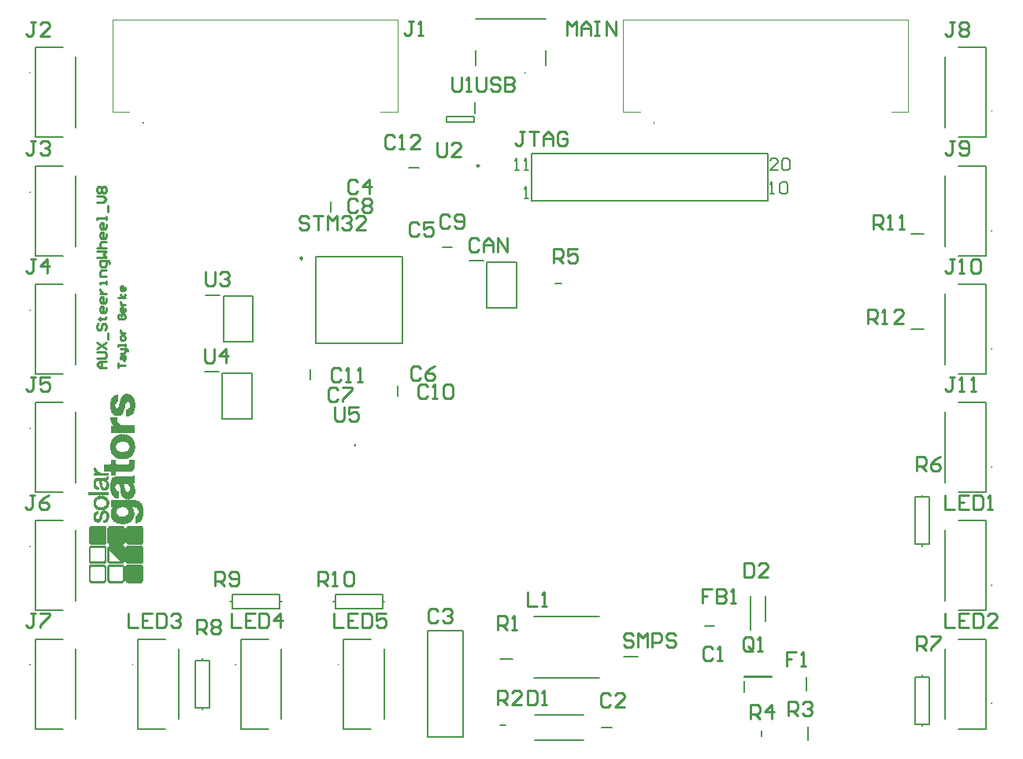
<source format=gto>
G04*
G04 #@! TF.GenerationSoftware,Altium Limited,Altium Designer,19.1.5 (86)*
G04*
G04 Layer_Color=65535*
%FSLAX25Y25*%
%MOIN*%
G70*
G01*
G75*
%ADD10C,0.00787*%
%ADD11C,0.01000*%
%ADD12C,0.00984*%
%ADD13C,0.00100*%
%ADD14C,0.00400*%
%ADD15C,0.00394*%
%ADD16C,0.00800*%
D10*
X411039Y120413D02*
G03*
X411039Y120413I-224J0D01*
G01*
X268000Y265839D02*
G03*
X268000Y266232I0J197D01*
G01*
D02*
G03*
X268000Y265839I0J-197D01*
G01*
D02*
G03*
X268000Y266232I0J197D01*
G01*
X51812Y265839D02*
G03*
X51812Y266232I0J197D01*
G01*
D02*
G03*
X51812Y265839I0J-197D01*
G01*
D02*
G03*
X51812Y266232I0J197D01*
G01*
X213620Y287169D02*
G03*
X213620Y287169I-181J0D01*
G01*
X411039Y170413D02*
G03*
X411039Y170413I-224J0D01*
G01*
Y220413D02*
G03*
X411039Y220413I-224J0D01*
G01*
X3909Y136776D02*
G03*
X3909Y136776I-224J0D01*
G01*
Y186776D02*
G03*
X3909Y186776I-224J0D01*
G01*
X3909Y236776D02*
G03*
X3909Y236776I-224J0D01*
G01*
Y287276D02*
G03*
X3909Y287276I-224J0D01*
G01*
X411039Y270913D02*
G03*
X411039Y270913I-224J0D01*
G01*
X3909Y36681D02*
G03*
X3909Y36681I-224J0D01*
G01*
X3909Y86776D02*
G03*
X3909Y86776I-224J0D01*
G01*
X134409Y36681D02*
G03*
X134409Y36681I-224J0D01*
G01*
X90909D02*
G03*
X90909Y36681I-224J0D01*
G01*
X47409D02*
G03*
X47409Y36681I-224J0D01*
G01*
X411039Y20319D02*
G03*
X411039Y20319I-224J0D01*
G01*
Y70413D02*
G03*
X411039Y70413I-224J0D01*
G01*
X376744Y219000D02*
X382256D01*
X376744Y178595D02*
X382256D01*
X408480Y109598D02*
Y147591D01*
X396787D02*
X408480D01*
X396787Y109598D02*
X408480D01*
X391276Y113634D02*
Y143555D01*
X164313Y247000D02*
X168447D01*
X122500Y157433D02*
Y161567D01*
X159500Y150433D02*
Y154567D01*
X178433Y213500D02*
X182567D01*
X131000Y228433D02*
Y232567D01*
X191756Y266319D02*
Y268681D01*
X180244Y266319D02*
X191756D01*
X180244D02*
Y268681D01*
X191756D01*
X192299Y270059D02*
Y274783D01*
X192486Y309965D02*
X222014D01*
Y290280D02*
Y296685D01*
X192486Y290280D02*
Y296685D01*
X306252Y31205D02*
Y31795D01*
X317748D01*
Y31205D02*
Y31795D01*
X306252Y31205D02*
X317748D01*
X306095Y24905D02*
Y29827D01*
X332500Y25744D02*
Y31256D01*
X289433Y53000D02*
X293567D01*
X255319Y40157D02*
X261323D01*
X245933Y10000D02*
X250067D01*
X217024Y56992D02*
X244976D01*
X217024Y31008D02*
X244976D01*
X408480Y159598D02*
Y197591D01*
X396787D02*
X408480D01*
X396787Y159598D02*
X408480D01*
X391276Y163634D02*
Y193555D01*
X308850Y51346D02*
Y65815D01*
X315150Y55185D02*
Y65815D01*
X217413Y4744D02*
X238264D01*
X217413Y15256D02*
X238264D01*
X172000Y51000D02*
X187000D01*
Y6000D02*
Y51000D01*
X172000Y6000D02*
X187000D01*
X172000D02*
Y51000D01*
X408480Y209598D02*
Y247591D01*
X396787D02*
X408480D01*
X396787Y209598D02*
X408480D01*
X391276Y213634D02*
Y243555D01*
X333000Y4744D02*
Y10256D01*
X313500Y6221D02*
Y8779D01*
X202720Y11000D02*
X205279D01*
X202744Y39000D02*
X208256D01*
X6020Y109598D02*
Y147591D01*
Y109598D02*
X17713D01*
X6020Y147591D02*
X17713D01*
X23224Y113634D02*
Y143555D01*
X6020Y159598D02*
Y197591D01*
Y159598D02*
X17713D01*
X6020Y197591D02*
X17713D01*
X23224Y163634D02*
Y193555D01*
X6020Y209598D02*
Y247590D01*
Y209598D02*
X17713D01*
X6020Y247590D02*
X17713D01*
X23224Y213634D02*
Y243555D01*
X6020Y260098D02*
Y298091D01*
Y260098D02*
X17713D01*
X6020Y298091D02*
X17713D01*
X23224Y264134D02*
Y294055D01*
X408480Y260098D02*
Y298091D01*
X396787D02*
X408480D01*
X396787Y260098D02*
X408480D01*
X391276Y264134D02*
Y294055D01*
X6020Y9504D02*
Y47496D01*
Y9504D02*
X17713D01*
X6020Y47496D02*
X17713D01*
X23224Y13539D02*
Y43461D01*
X6020Y59598D02*
Y97591D01*
Y59598D02*
X17713D01*
X6020Y97591D02*
X17713D01*
X23224Y63634D02*
Y93555D01*
X216000Y253000D02*
X316000D01*
X216000Y233000D02*
Y253000D01*
Y233000D02*
X316000D01*
Y253000D01*
X136520Y9504D02*
Y47496D01*
Y9504D02*
X148213D01*
X136520Y47496D02*
X148213D01*
X153724Y13539D02*
Y43461D01*
X93020Y9504D02*
Y47496D01*
Y9504D02*
X104713D01*
X93020Y47496D02*
X104713D01*
X110224Y13539D02*
Y43461D01*
X49520Y9504D02*
Y47496D01*
Y9504D02*
X61213D01*
X49520Y47496D02*
X61213D01*
X66724Y13539D02*
Y43461D01*
X408480Y9504D02*
Y47496D01*
X396787D02*
X408480D01*
X396787Y9504D02*
X408480D01*
X391276Y13539D02*
Y43461D01*
X408480Y59598D02*
Y97591D01*
X396787D02*
X408480D01*
X396787Y59598D02*
X408480D01*
X391276Y63634D02*
Y93555D01*
X133000Y60500D02*
Y63500D01*
Y60500D02*
X153000D01*
Y66500D01*
X133000D02*
X153000D01*
X133000Y63500D02*
Y66500D01*
X153000Y63500D02*
X153900D01*
X132100D02*
X133000D01*
X89500Y60500D02*
Y63500D01*
Y60500D02*
X109500D01*
Y66500D01*
X89500D02*
X109500D01*
X89500Y63500D02*
Y66500D01*
X109500Y63500D02*
X110400D01*
X88600D02*
X89500D01*
X76800Y18500D02*
X79800D01*
Y38500D01*
X73800D02*
X79800D01*
X73800Y18500D02*
Y38500D01*
Y18500D02*
X76800D01*
Y38500D02*
Y39400D01*
Y17600D02*
Y18500D01*
X381500Y11500D02*
X384500D01*
Y31500D01*
X378500D02*
X384500D01*
X378500Y11500D02*
Y31500D01*
Y11500D02*
X381500D01*
Y31500D02*
Y32400D01*
Y10600D02*
Y11500D01*
Y87594D02*
X384500D01*
Y107595D01*
X378500D02*
X384500D01*
X378500Y87594D02*
Y107595D01*
Y87594D02*
X381500D01*
Y107595D02*
Y108494D01*
Y86695D02*
Y87594D01*
X124943Y209307D02*
X161557D01*
Y172693D02*
Y209307D01*
X124943Y172693D02*
X161557D01*
X124943D02*
Y209307D01*
X85701Y192646D02*
X98299D01*
Y173354D02*
Y192646D01*
X85701Y173354D02*
X98299D01*
X85701D02*
Y192646D01*
X78319Y193157D02*
X84323D01*
X85201Y160146D02*
X97799D01*
Y140854D02*
Y160146D01*
X85201Y140854D02*
X97799D01*
X85201D02*
Y160146D01*
X77819Y160658D02*
X83823D01*
X197201Y207146D02*
X209799D01*
Y187854D02*
Y207146D01*
X197201Y187854D02*
X209799D01*
X197201D02*
Y207146D01*
X189819Y207658D02*
X195823D01*
X226220Y198000D02*
X228780D01*
D11*
X141484Y129555D02*
G03*
X141484Y129555I-98J0D01*
G01*
X41001Y162500D02*
Y164499D01*
Y163500D01*
X44000D01*
X42001Y165999D02*
Y166999D01*
X42500Y167498D01*
X44000D01*
Y165999D01*
X43500Y165499D01*
X43000Y165999D01*
Y167498D01*
X42001Y168498D02*
X43500D01*
X44000Y168998D01*
Y170497D01*
X44500D01*
X45000Y169998D01*
Y169498D01*
X44000Y170497D02*
X42001D01*
X44000Y171497D02*
Y172497D01*
Y171997D01*
X41001D01*
Y171497D01*
X44000Y174496D02*
Y175496D01*
X43500Y175996D01*
X42500D01*
X42001Y175496D01*
Y174496D01*
X42500Y173996D01*
X43500D01*
X44000Y174496D01*
X42001Y176995D02*
X44000D01*
X43000D01*
X42500Y177495D01*
X42001Y177995D01*
Y178495D01*
X41501Y184993D02*
X41001Y184493D01*
Y183493D01*
X41501Y182993D01*
X43500D01*
X44000Y183493D01*
Y184493D01*
X43500Y184993D01*
X42500D01*
Y183993D01*
X44000Y187492D02*
Y186492D01*
X43500Y185992D01*
X42500D01*
X42001Y186492D01*
Y187492D01*
X42500Y187992D01*
X43000D01*
Y185992D01*
X42001Y188991D02*
X44000D01*
X43000D01*
X42500Y189491D01*
X42001Y189991D01*
Y190491D01*
X44000Y191990D02*
X41001D01*
X43000D02*
X42001Y193490D01*
X43000Y191990D02*
X44000Y193490D01*
Y196489D02*
Y195489D01*
X43500Y194990D01*
X42500D01*
X42001Y195489D01*
Y196489D01*
X42500Y196989D01*
X43000D01*
Y194990D01*
X36000Y162500D02*
X33334D01*
X32001Y163833D01*
X33334Y165166D01*
X36000D01*
X34001D01*
Y162500D01*
X32001Y166499D02*
X35334D01*
X36000Y167165D01*
Y168498D01*
X35334Y169165D01*
X32001D01*
Y170497D02*
X36000Y173163D01*
X32001D02*
X36000Y170497D01*
X36666Y174496D02*
Y177162D01*
X32668Y181161D02*
X32001Y180494D01*
Y179161D01*
X32668Y178495D01*
X33334D01*
X34001Y179161D01*
Y180494D01*
X34667Y181161D01*
X35334D01*
X36000Y180494D01*
Y179161D01*
X35334Y178495D01*
X32668Y183160D02*
X33334D01*
Y182494D01*
Y183826D01*
Y183160D01*
X35334D01*
X36000Y183826D01*
Y187825D02*
Y186492D01*
X35334Y185826D01*
X34001D01*
X33334Y186492D01*
Y187825D01*
X34001Y188492D01*
X34667D01*
Y185826D01*
X36000Y191824D02*
Y190491D01*
X35334Y189824D01*
X34001D01*
X33334Y190491D01*
Y191824D01*
X34001Y192490D01*
X34667D01*
Y189824D01*
X33334Y193823D02*
X36000D01*
X34667D01*
X34001Y194490D01*
X33334Y195156D01*
Y195823D01*
X36000Y197822D02*
Y199155D01*
Y198488D01*
X33334D01*
Y197822D01*
X36000Y201154D02*
X33334D01*
Y203153D01*
X34001Y203820D01*
X36000D01*
X37333Y206486D02*
Y207152D01*
X36666Y207819D01*
X33334D01*
Y205819D01*
X34001Y205153D01*
X35334D01*
X36000Y205819D01*
Y207819D01*
X32001Y209152D02*
X36000D01*
X34667Y210485D01*
X36000Y211817D01*
X32001D01*
Y213150D02*
X36000D01*
X34001D01*
X33334Y213817D01*
Y215150D01*
X34001Y215816D01*
X36000D01*
Y219148D02*
Y217815D01*
X35334Y217149D01*
X34001D01*
X33334Y217815D01*
Y219148D01*
X34001Y219815D01*
X34667D01*
Y217149D01*
X36000Y223147D02*
Y221814D01*
X35334Y221148D01*
X34001D01*
X33334Y221814D01*
Y223147D01*
X34001Y223814D01*
X34667D01*
Y221148D01*
X36000Y225147D02*
Y226479D01*
Y225813D01*
X32001D01*
Y225147D01*
X36666Y228479D02*
Y231144D01*
X32001Y232477D02*
X34667D01*
X36000Y233810D01*
X34667Y235143D01*
X32001D01*
X32668Y236476D02*
X32001Y237143D01*
Y238475D01*
X32668Y239142D01*
X33334D01*
X34001Y238475D01*
X34667Y239142D01*
X35334D01*
X36000Y238475D01*
Y237143D01*
X35334Y236476D01*
X34667D01*
X34001Y237143D01*
X33334Y236476D01*
X32668D01*
X34001Y237143D02*
Y238475D01*
X395299Y158298D02*
X393299D01*
X394299D01*
Y153300D01*
X393299Y152300D01*
X392300D01*
X391300Y153300D01*
X397298Y152300D02*
X399297D01*
X398298D01*
Y158298D01*
X397298Y157298D01*
X402296Y152300D02*
X404296D01*
X403296D01*
Y158298D01*
X402296Y157298D01*
X132700Y145798D02*
Y140800D01*
X133700Y139800D01*
X135699D01*
X136699Y140800D01*
Y145798D01*
X142697D02*
X138698D01*
Y142799D01*
X140697Y143799D01*
X141697D01*
X142697Y142799D01*
Y140800D01*
X141697Y139800D01*
X139698D01*
X138698Y140800D01*
X192783Y285498D02*
Y280500D01*
X193783Y279500D01*
X195782D01*
X196782Y280500D01*
Y285498D01*
X202780Y284498D02*
X201781Y285498D01*
X199781D01*
X198782Y284498D01*
Y283499D01*
X199781Y282499D01*
X201781D01*
X202780Y281499D01*
Y280500D01*
X201781Y279500D01*
X199781D01*
X198782Y280500D01*
X204780Y285498D02*
Y279500D01*
X207779D01*
X208778Y280500D01*
Y281499D01*
X207779Y282499D01*
X204780D01*
X207779D01*
X208778Y283499D01*
Y284498D01*
X207779Y285498D01*
X204780D01*
X77750Y170448D02*
Y165450D01*
X78750Y164450D01*
X80749D01*
X81749Y165450D01*
Y170448D01*
X86747Y164450D02*
Y170448D01*
X83748Y167449D01*
X87747D01*
X78250Y202948D02*
Y197950D01*
X79250Y196950D01*
X81249D01*
X82249Y197950D01*
Y202948D01*
X84248Y201948D02*
X85248Y202948D01*
X87247D01*
X88247Y201948D01*
Y200949D01*
X87247Y199949D01*
X86247D01*
X87247D01*
X88247Y198949D01*
Y197950D01*
X87247Y196950D01*
X85248D01*
X84248Y197950D01*
X176226Y257819D02*
Y252821D01*
X177226Y251821D01*
X179225D01*
X180225Y252821D01*
Y257819D01*
X186223Y251821D02*
X182224D01*
X186223Y255820D01*
Y256820D01*
X185223Y257819D01*
X183224D01*
X182224Y256820D01*
X182500Y285498D02*
Y280500D01*
X183500Y279500D01*
X185499D01*
X186499Y280500D01*
Y285498D01*
X188498Y279500D02*
X190497D01*
X189498D01*
Y285498D01*
X188498Y284498D01*
X121699Y225598D02*
X120699Y226598D01*
X118700D01*
X117700Y225598D01*
Y224599D01*
X118700Y223599D01*
X120699D01*
X121699Y222599D01*
Y221600D01*
X120699Y220600D01*
X118700D01*
X117700Y221600D01*
X123698Y226598D02*
X127697D01*
X125697D01*
Y220600D01*
X129696D02*
Y226598D01*
X131695Y224599D01*
X133695Y226598D01*
Y220600D01*
X135694Y225598D02*
X136694Y226598D01*
X138693D01*
X139693Y225598D01*
Y224599D01*
X138693Y223599D01*
X137694D01*
X138693D01*
X139693Y222599D01*
Y221600D01*
X138693Y220600D01*
X136694D01*
X135694Y221600D01*
X145691Y220600D02*
X141692D01*
X145691Y224599D01*
Y225598D01*
X144691Y226598D01*
X142692D01*
X141692Y225598D01*
X259249Y48948D02*
X258249Y49948D01*
X256250D01*
X255250Y48948D01*
Y47949D01*
X256250Y46949D01*
X258249D01*
X259249Y45949D01*
Y44950D01*
X258249Y43950D01*
X256250D01*
X255250Y44950D01*
X261248Y43950D02*
Y49948D01*
X263247Y47949D01*
X265247Y49948D01*
Y43950D01*
X267246D02*
Y49948D01*
X270245D01*
X271245Y48948D01*
Y46949D01*
X270245Y45949D01*
X267246D01*
X277243Y48948D02*
X276243Y49948D01*
X274244D01*
X273244Y48948D01*
Y47949D01*
X274244Y46949D01*
X276243D01*
X277243Y45949D01*
Y44950D01*
X276243Y43950D01*
X274244D01*
X273244Y44950D01*
X358500Y181000D02*
Y186998D01*
X361499D01*
X362499Y185998D01*
Y183999D01*
X361499Y182999D01*
X358500D01*
X360499D02*
X362499Y181000D01*
X364498D02*
X366497D01*
X365498D01*
Y186998D01*
X364498Y185998D01*
X373495Y181000D02*
X369496D01*
X373495Y184999D01*
Y185998D01*
X372496Y186998D01*
X370496D01*
X369496Y185998D01*
X360800Y221106D02*
Y227104D01*
X363799D01*
X364799Y226104D01*
Y224104D01*
X363799Y223105D01*
X360800D01*
X362799D02*
X364799Y221106D01*
X366798D02*
X368797D01*
X367798D01*
Y227104D01*
X366798Y226104D01*
X371796Y221106D02*
X373796D01*
X372796D01*
Y227104D01*
X371796Y226104D01*
X125800Y69900D02*
Y75898D01*
X128799D01*
X129799Y74898D01*
Y72899D01*
X128799Y71899D01*
X125800D01*
X127799D02*
X129799Y69900D01*
X131798D02*
X133797D01*
X132798D01*
Y75898D01*
X131798Y74898D01*
X136796D02*
X137796Y75898D01*
X139795D01*
X140795Y74898D01*
Y70900D01*
X139795Y69900D01*
X137796D01*
X136796Y70900D01*
Y74898D01*
X82300Y69900D02*
Y75898D01*
X85299D01*
X86299Y74898D01*
Y72899D01*
X85299Y71899D01*
X82300D01*
X84299D02*
X86299Y69900D01*
X88298Y70900D02*
X89298Y69900D01*
X91297D01*
X92297Y70900D01*
Y74898D01*
X91297Y75898D01*
X89298D01*
X88298Y74898D01*
Y73899D01*
X89298Y72899D01*
X92297D01*
X74400Y49700D02*
Y55698D01*
X77399D01*
X78399Y54698D01*
Y52699D01*
X77399Y51699D01*
X74400D01*
X76399D02*
X78399Y49700D01*
X80398Y54698D02*
X81398Y55698D01*
X83397D01*
X84397Y54698D01*
Y53699D01*
X83397Y52699D01*
X84397Y51699D01*
Y50700D01*
X83397Y49700D01*
X81398D01*
X80398Y50700D01*
Y51699D01*
X81398Y52699D01*
X80398Y53699D01*
Y54698D01*
X81398Y52699D02*
X83397D01*
X379100Y42700D02*
Y48698D01*
X382099D01*
X383099Y47698D01*
Y45699D01*
X382099Y44699D01*
X379100D01*
X381099D02*
X383099Y42700D01*
X385098Y48698D02*
X389097D01*
Y47698D01*
X385098Y43700D01*
Y42700D01*
X379100Y118800D02*
Y124798D01*
X382099D01*
X383099Y123798D01*
Y121799D01*
X382099Y120799D01*
X379100D01*
X381099D02*
X383099Y118800D01*
X389097Y124798D02*
X387097Y123798D01*
X385098Y121799D01*
Y119800D01*
X386098Y118800D01*
X388097D01*
X389097Y119800D01*
Y120799D01*
X388097Y121799D01*
X385098D01*
X225400Y206850D02*
Y212848D01*
X228399D01*
X229399Y211848D01*
Y209849D01*
X228399Y208849D01*
X225400D01*
X227399D02*
X229399Y206850D01*
X235397Y212848D02*
X231398D01*
Y209849D01*
X233397Y210848D01*
X234397D01*
X235397Y209849D01*
Y207849D01*
X234397Y206850D01*
X232398D01*
X231398Y207849D01*
X308700Y13600D02*
Y19598D01*
X311699D01*
X312699Y18598D01*
Y16599D01*
X311699Y15599D01*
X308700D01*
X310699D02*
X312699Y13600D01*
X317697D02*
Y19598D01*
X314698Y16599D01*
X318697D01*
X324800Y15100D02*
Y21098D01*
X327799D01*
X328799Y20098D01*
Y18099D01*
X327799Y17099D01*
X324800D01*
X326799D02*
X328799Y15100D01*
X330798Y20098D02*
X331798Y21098D01*
X333797D01*
X334797Y20098D01*
Y19099D01*
X333797Y18099D01*
X332797D01*
X333797D01*
X334797Y17099D01*
Y16100D01*
X333797Y15100D01*
X331798D01*
X330798Y16100D01*
X201900Y19800D02*
Y25798D01*
X204899D01*
X205899Y24798D01*
Y22799D01*
X204899Y21799D01*
X201900D01*
X203899D02*
X205899Y19800D01*
X211897D02*
X207898D01*
X211897Y23799D01*
Y24798D01*
X210897Y25798D01*
X208898D01*
X207898Y24798D01*
X201900Y51400D02*
Y57398D01*
X204899D01*
X205899Y56398D01*
Y54399D01*
X204899Y53399D01*
X201900D01*
X203899D02*
X205899Y51400D01*
X207898D02*
X209897D01*
X208898D01*
Y57398D01*
X207898Y56398D01*
X309899Y43200D02*
Y47198D01*
X308899Y48198D01*
X306900D01*
X305900Y47198D01*
Y43200D01*
X306900Y42200D01*
X308899D01*
X307899Y44199D02*
X309899Y42200D01*
X308899D02*
X309899Y43200D01*
X311898Y42200D02*
X313897D01*
X312898D01*
Y48198D01*
X311898Y47198D01*
X231000Y303000D02*
Y308998D01*
X232999Y306999D01*
X234999Y308998D01*
Y303000D01*
X236998D02*
Y306999D01*
X238997Y308998D01*
X240997Y306999D01*
Y303000D01*
Y305999D01*
X236998D01*
X242996Y308998D02*
X244995D01*
X243996D01*
Y303000D01*
X242996D01*
X244995D01*
X247994D02*
Y308998D01*
X251993Y303000D01*
Y308998D01*
X132500Y58198D02*
Y52200D01*
X136499D01*
X142497Y58198D02*
X138498D01*
Y52200D01*
X142497D01*
X138498Y55199D02*
X140497D01*
X144496Y58198D02*
Y52200D01*
X147495D01*
X148495Y53200D01*
Y57198D01*
X147495Y58198D01*
X144496D01*
X154493D02*
X150494D01*
Y55199D01*
X152494Y56199D01*
X153493D01*
X154493Y55199D01*
Y53200D01*
X153493Y52200D01*
X151494D01*
X150494Y53200D01*
X89000Y58198D02*
Y52200D01*
X92999D01*
X98997Y58198D02*
X94998D01*
Y52200D01*
X98997D01*
X94998Y55199D02*
X96997D01*
X100996Y58198D02*
Y52200D01*
X103995D01*
X104995Y53200D01*
Y57198D01*
X103995Y58198D01*
X100996D01*
X109993Y52200D02*
Y58198D01*
X106994Y55199D01*
X110993D01*
X45500Y58198D02*
Y52200D01*
X49499D01*
X55497Y58198D02*
X51498D01*
Y52200D01*
X55497D01*
X51498Y55199D02*
X53497D01*
X57496Y58198D02*
Y52200D01*
X60495D01*
X61495Y53200D01*
Y57198D01*
X60495Y58198D01*
X57496D01*
X63494Y57198D02*
X64494Y58198D01*
X66493D01*
X67493Y57198D01*
Y56199D01*
X66493Y55199D01*
X65494D01*
X66493D01*
X67493Y54199D01*
Y53200D01*
X66493Y52200D01*
X64494D01*
X63494Y53200D01*
X391300Y58198D02*
Y52200D01*
X395299D01*
X401297Y58198D02*
X397298D01*
Y52200D01*
X401297D01*
X397298Y55199D02*
X399297D01*
X403296Y58198D02*
Y52200D01*
X406295D01*
X407295Y53200D01*
Y57198D01*
X406295Y58198D01*
X403296D01*
X413293Y52200D02*
X409294D01*
X413293Y56199D01*
Y57198D01*
X412293Y58198D01*
X410294D01*
X409294Y57198D01*
X391300Y108298D02*
Y102300D01*
X395299D01*
X401297Y108298D02*
X397298D01*
Y102300D01*
X401297D01*
X397298Y105299D02*
X399297D01*
X403296Y108298D02*
Y102300D01*
X406295D01*
X407295Y103300D01*
Y107298D01*
X406295Y108298D01*
X403296D01*
X409294Y102300D02*
X411294D01*
X410294D01*
Y108298D01*
X409294Y107298D01*
X214500Y67498D02*
Y61500D01*
X218499D01*
X220498D02*
X222497D01*
X221498D01*
Y67498D01*
X220498Y66498D01*
X213199Y262398D02*
X211199D01*
X212199D01*
Y257400D01*
X211199Y256400D01*
X210200D01*
X209200Y257400D01*
X215198Y262398D02*
X219197D01*
X217197D01*
Y256400D01*
X221196D02*
Y260399D01*
X223196Y262398D01*
X225195Y260399D01*
Y256400D01*
Y259399D01*
X221196D01*
X231193Y261398D02*
X230193Y262398D01*
X228194D01*
X227194Y261398D01*
Y257400D01*
X228194Y256400D01*
X230193D01*
X231193Y257400D01*
Y259399D01*
X229193D01*
X395299Y208298D02*
X393299D01*
X394299D01*
Y203300D01*
X393299Y202300D01*
X392300D01*
X391300Y203300D01*
X397298Y202300D02*
X399297D01*
X398298D01*
Y208298D01*
X397298Y207298D01*
X402296D02*
X403296Y208298D01*
X405296D01*
X406295Y207298D01*
Y203300D01*
X405296Y202300D01*
X403296D01*
X402296Y203300D01*
Y207298D01*
X395299Y258298D02*
X393299D01*
X394299D01*
Y253300D01*
X393299Y252300D01*
X392300D01*
X391300Y253300D01*
X397298D02*
X398298Y252300D01*
X400297D01*
X401297Y253300D01*
Y257298D01*
X400297Y258298D01*
X398298D01*
X397298Y257298D01*
Y256299D01*
X398298Y255299D01*
X401297D01*
X395299Y308798D02*
X393299D01*
X394299D01*
Y303800D01*
X393299Y302800D01*
X392300D01*
X391300Y303800D01*
X397298Y307798D02*
X398298Y308798D01*
X400297D01*
X401297Y307798D01*
Y306799D01*
X400297Y305799D01*
X401297Y304799D01*
Y303800D01*
X400297Y302800D01*
X398298D01*
X397298Y303800D01*
Y304799D01*
X398298Y305799D01*
X397298Y306799D01*
Y307798D01*
X398298Y305799D02*
X400297D01*
X5999Y58198D02*
X3999D01*
X4999D01*
Y53200D01*
X3999Y52200D01*
X3000D01*
X2000Y53200D01*
X7998Y58198D02*
X11997D01*
Y57198D01*
X7998Y53200D01*
Y52200D01*
X5973Y108343D02*
X3974D01*
X4973D01*
Y103344D01*
X3974Y102345D01*
X2974D01*
X1974Y103344D01*
X11971Y108343D02*
X9972Y107343D01*
X7972Y105343D01*
Y103344D01*
X8972Y102345D01*
X10971D01*
X11971Y103344D01*
Y104344D01*
X10971Y105343D01*
X7972D01*
X5999Y158298D02*
X3999D01*
X4999D01*
Y153300D01*
X3999Y152300D01*
X3000D01*
X2000Y153300D01*
X11997Y158298D02*
X7998D01*
Y155299D01*
X9997Y156299D01*
X10997D01*
X11997Y155299D01*
Y153300D01*
X10997Y152300D01*
X8998D01*
X7998Y153300D01*
X5999Y208298D02*
X3999D01*
X4999D01*
Y203300D01*
X3999Y202300D01*
X3000D01*
X2000Y203300D01*
X10997Y202300D02*
Y208298D01*
X7998Y205299D01*
X11997D01*
X5999Y258298D02*
X3999D01*
X4999D01*
Y253300D01*
X3999Y252300D01*
X3000D01*
X2000Y253300D01*
X7998Y257298D02*
X8998Y258298D01*
X10997D01*
X11997Y257298D01*
Y256299D01*
X10997Y255299D01*
X9997D01*
X10997D01*
X11997Y254299D01*
Y253300D01*
X10997Y252300D01*
X8998D01*
X7998Y253300D01*
X5999Y308798D02*
X3999D01*
X4999D01*
Y303800D01*
X3999Y302800D01*
X3000D01*
X2000Y303800D01*
X11997Y302800D02*
X7998D01*
X11997Y306799D01*
Y307798D01*
X10997Y308798D01*
X8998D01*
X7998Y307798D01*
X165999Y308998D02*
X163999D01*
X164999D01*
Y304000D01*
X163999Y303000D01*
X163000D01*
X162000Y304000D01*
X167998Y303000D02*
X169997D01*
X168998D01*
Y308998D01*
X167998Y307998D01*
X292499Y68798D02*
X288500D01*
Y65799D01*
X290499D01*
X288500D01*
Y62800D01*
X294498Y68798D02*
Y62800D01*
X297497D01*
X298497Y63800D01*
Y64799D01*
X297497Y65799D01*
X294498D01*
X297497D01*
X298497Y66799D01*
Y67798D01*
X297497Y68798D01*
X294498D01*
X300496Y62800D02*
X302496D01*
X301496D01*
Y68798D01*
X300496Y67798D01*
X328299Y42098D02*
X324300D01*
Y39099D01*
X326299D01*
X324300D01*
Y36100D01*
X330298D02*
X332297D01*
X331298D01*
Y42098D01*
X330298Y41098D01*
X306300Y79698D02*
Y73700D01*
X309299D01*
X310299Y74700D01*
Y78698D01*
X309299Y79698D01*
X306300D01*
X316297Y73700D02*
X312298D01*
X316297Y77699D01*
Y78698D01*
X315297Y79698D01*
X313298D01*
X312298Y78698D01*
X214539Y25598D02*
Y19600D01*
X217538D01*
X218537Y20600D01*
Y24598D01*
X217538Y25598D01*
X214539D01*
X220537Y19600D02*
X222536D01*
X221536D01*
Y25598D01*
X220537Y24598D01*
X193749Y216448D02*
X192749Y217448D01*
X190750D01*
X189750Y216448D01*
Y212450D01*
X190750Y211450D01*
X192749D01*
X193749Y212450D01*
X195748Y211450D02*
Y215449D01*
X197747Y217448D01*
X199747Y215449D01*
Y211450D01*
Y214449D01*
X195748D01*
X201746Y211450D02*
Y217448D01*
X205745Y211450D01*
Y217448D01*
X157999Y259998D02*
X156999Y260998D01*
X155000D01*
X154000Y259998D01*
Y256000D01*
X155000Y255000D01*
X156999D01*
X157999Y256000D01*
X159998Y255000D02*
X161997D01*
X160998D01*
Y260998D01*
X159998Y259998D01*
X168995Y255000D02*
X164996D01*
X168995Y258999D01*
Y259998D01*
X167996Y260998D01*
X165996D01*
X164996Y259998D01*
X135499Y161498D02*
X134499Y162498D01*
X132500D01*
X131500Y161498D01*
Y157500D01*
X132500Y156500D01*
X134499D01*
X135499Y157500D01*
X137498Y156500D02*
X139497D01*
X138498D01*
Y162498D01*
X137498Y161498D01*
X142496Y156500D02*
X144496D01*
X143496D01*
Y162498D01*
X142496Y161498D01*
X171999Y154498D02*
X170999Y155498D01*
X169000D01*
X168000Y154498D01*
Y150500D01*
X169000Y149500D01*
X170999D01*
X171999Y150500D01*
X173998Y149500D02*
X175997D01*
X174998D01*
Y155498D01*
X173998Y154498D01*
X178996D02*
X179996Y155498D01*
X181995D01*
X182995Y154498D01*
Y150500D01*
X181995Y149500D01*
X179996D01*
X178996Y150500D01*
Y154498D01*
X181499Y226498D02*
X180499Y227498D01*
X178500D01*
X177500Y226498D01*
Y222500D01*
X178500Y221500D01*
X180499D01*
X181499Y222500D01*
X183498D02*
X184498Y221500D01*
X186497D01*
X187497Y222500D01*
Y226498D01*
X186497Y227498D01*
X184498D01*
X183498Y226498D01*
Y225499D01*
X184498Y224499D01*
X187497D01*
X142499Y232998D02*
X141499Y233998D01*
X139500D01*
X138500Y232998D01*
Y229000D01*
X139500Y228000D01*
X141499D01*
X142499Y229000D01*
X144498Y232998D02*
X145498Y233998D01*
X147497D01*
X148497Y232998D01*
Y231999D01*
X147497Y230999D01*
X148497Y229999D01*
Y229000D01*
X147497Y228000D01*
X145498D01*
X144498Y229000D01*
Y229999D01*
X145498Y230999D01*
X144498Y231999D01*
Y232998D01*
X145498Y230999D02*
X147497D01*
X133999Y152998D02*
X132999Y153998D01*
X131000D01*
X130000Y152998D01*
Y149000D01*
X131000Y148000D01*
X132999D01*
X133999Y149000D01*
X135998Y153998D02*
X139997D01*
Y152998D01*
X135998Y149000D01*
Y148000D01*
X168999Y161998D02*
X167999Y162998D01*
X166000D01*
X165000Y161998D01*
Y158000D01*
X166000Y157000D01*
X167999D01*
X168999Y158000D01*
X174997Y162998D02*
X172997Y161998D01*
X170998Y159999D01*
Y158000D01*
X171998Y157000D01*
X173997D01*
X174997Y158000D01*
Y158999D01*
X173997Y159999D01*
X170998D01*
X168499Y222998D02*
X167499Y223998D01*
X165500D01*
X164500Y222998D01*
Y219000D01*
X165500Y218000D01*
X167499D01*
X168499Y219000D01*
X174497Y223998D02*
X170498D01*
Y220999D01*
X172497Y221999D01*
X173497D01*
X174497Y220999D01*
Y219000D01*
X173497Y218000D01*
X171498D01*
X170498Y219000D01*
X142499Y240998D02*
X141499Y241998D01*
X139500D01*
X138500Y240998D01*
Y237000D01*
X139500Y236000D01*
X141499D01*
X142499Y237000D01*
X147497Y236000D02*
Y241998D01*
X144498Y238999D01*
X148497D01*
X176649Y59348D02*
X175649Y60348D01*
X173650D01*
X172650Y59348D01*
Y55350D01*
X173650Y54350D01*
X175649D01*
X176649Y55350D01*
X178648Y59348D02*
X179648Y60348D01*
X181647D01*
X182647Y59348D01*
Y58349D01*
X181647Y57349D01*
X180647D01*
X181647D01*
X182647Y56349D01*
Y55350D01*
X181647Y54350D01*
X179648D01*
X178648Y55350D01*
X249499Y23798D02*
X248499Y24798D01*
X246500D01*
X245500Y23798D01*
Y19800D01*
X246500Y18800D01*
X248499D01*
X249499Y19800D01*
X255497Y18800D02*
X251498D01*
X255497Y22799D01*
Y23798D01*
X254497Y24798D01*
X252498D01*
X251498Y23798D01*
X292899Y43398D02*
X291899Y44398D01*
X289900D01*
X288900Y43398D01*
Y39400D01*
X289900Y38400D01*
X291899D01*
X292899Y39400D01*
X294898Y38400D02*
X296897D01*
X295898D01*
Y44398D01*
X294898Y43398D01*
D12*
X119234Y208717D02*
G03*
X119234Y208717I-492J0D01*
G01*
X193992Y247870D02*
G03*
X193992Y247870I-492J0D01*
G01*
D13*
X44800Y71600D02*
Y71700D01*
X44600Y71800D02*
Y71900D01*
X44500D02*
Y72000D01*
X44400D02*
Y72100D01*
X43100Y71700D02*
Y72500D01*
X43000Y71600D02*
Y72400D01*
X42900Y71500D02*
Y72300D01*
X42800Y71500D02*
Y72200D01*
X42700Y71500D02*
Y72100D01*
X42600Y71500D02*
Y72100D01*
X42500Y71500D02*
Y72100D01*
X42400Y71500D02*
Y72100D01*
X42300Y71500D02*
Y72100D01*
X42200Y71500D02*
Y72100D01*
X42100Y71500D02*
Y72100D01*
X42000Y71500D02*
Y72100D01*
X41900Y71500D02*
Y72100D01*
X41800Y71500D02*
Y72100D01*
X41700Y71500D02*
Y72100D01*
X41600Y71500D02*
Y72100D01*
X41500Y71500D02*
Y72100D01*
X41400Y71500D02*
Y72100D01*
X41300Y71500D02*
Y72100D01*
X41200Y71500D02*
Y72100D01*
X41100Y71500D02*
Y72100D01*
X41000Y71500D02*
Y72100D01*
X40900Y71500D02*
Y72100D01*
X40800Y71500D02*
Y72100D01*
X40700Y71500D02*
Y72100D01*
X40600Y71500D02*
Y72100D01*
X40500Y71500D02*
Y72100D01*
X40400Y71500D02*
Y72100D01*
X40300Y71500D02*
Y72100D01*
X40200Y71500D02*
Y72100D01*
X40100Y71500D02*
Y72100D01*
X40000Y71500D02*
Y72100D01*
X39900Y71500D02*
Y72100D01*
X39800Y71500D02*
Y72100D01*
X39700Y71500D02*
Y72100D01*
X39600Y71500D02*
Y72100D01*
X39500Y71500D02*
Y72100D01*
X39400Y71500D02*
Y72100D01*
X39300Y71500D02*
Y72100D01*
X39200Y71500D02*
Y72100D01*
X39100Y71500D02*
Y72100D01*
X39000Y71500D02*
Y72100D01*
X38900Y71500D02*
Y72100D01*
X38800Y71500D02*
Y72100D01*
X38700Y71500D02*
Y72100D01*
X38600Y71500D02*
Y72100D01*
X38400Y71500D02*
Y72100D01*
X38300Y71500D02*
Y72100D01*
X38200Y71500D02*
Y72100D01*
X38100Y71500D02*
Y72100D01*
X38000Y71500D02*
Y72100D01*
X37900Y71500D02*
Y72100D01*
X37800Y71500D02*
Y72100D01*
X37700Y71500D02*
Y72100D01*
X37600Y71500D02*
Y72100D01*
X37500Y71500D02*
Y72100D01*
X37400Y71500D02*
Y72200D01*
X37300Y71500D02*
Y72300D01*
X37200Y71600D02*
Y72400D01*
X37100Y71700D02*
Y72500D01*
X37000Y71600D02*
Y71700D01*
X36900D02*
Y71800D01*
X36800D02*
Y71900D01*
X36700D02*
Y72000D01*
X35400Y71800D02*
Y72600D01*
X35300Y71700D02*
Y72500D01*
X35200Y71600D02*
Y72400D01*
X35100Y71500D02*
Y72300D01*
X35000Y71500D02*
Y72200D01*
X34900Y71500D02*
Y72100D01*
X34800Y71500D02*
Y72100D01*
X34700Y71500D02*
Y72100D01*
X34600Y71500D02*
Y72100D01*
X34500Y71500D02*
Y72100D01*
X34400Y71500D02*
Y72100D01*
X34300Y71500D02*
Y72100D01*
X34200Y71500D02*
Y72100D01*
X34100Y71500D02*
Y72100D01*
X34000Y71500D02*
Y72100D01*
X33900Y71500D02*
Y72100D01*
X33800Y71500D02*
Y72100D01*
X33700Y71500D02*
Y72100D01*
X33600Y71500D02*
Y72100D01*
X33500Y71500D02*
Y72100D01*
X33400Y71500D02*
Y72100D01*
X33300Y71500D02*
Y72100D01*
X33200Y71500D02*
Y72100D01*
X33100Y71500D02*
Y72100D01*
X33000Y71500D02*
Y72100D01*
X32900Y71500D02*
Y72100D01*
X32800Y71500D02*
Y72100D01*
X32700Y71500D02*
Y72100D01*
X32600Y71500D02*
Y72100D01*
X32500Y71500D02*
Y72100D01*
X32400Y71500D02*
Y72100D01*
X32300Y71500D02*
Y72100D01*
X32200Y71500D02*
Y72100D01*
X32100Y71500D02*
Y72100D01*
X32000Y71500D02*
Y72100D01*
X31900Y71500D02*
Y72100D01*
X31800Y71500D02*
Y72100D01*
X31700Y71500D02*
Y72100D01*
X31600Y71500D02*
Y72100D01*
X31500Y71500D02*
Y72100D01*
X31400Y71500D02*
Y72100D01*
X31300Y71500D02*
Y72100D01*
X31200Y71500D02*
Y72100D01*
X31100Y71500D02*
Y72100D01*
X31000Y71500D02*
Y72100D01*
X30900Y71500D02*
Y72100D01*
X30800Y71500D02*
Y72100D01*
X30700Y71500D02*
Y72100D01*
X30600Y71500D02*
Y72100D01*
X30400Y71500D02*
Y72100D01*
X30300Y71500D02*
Y72100D01*
X30200Y71500D02*
Y72100D01*
X30100Y71500D02*
Y72100D01*
X30000Y71500D02*
Y72100D01*
X29900Y71500D02*
Y72100D01*
X29800Y71500D02*
Y72100D01*
X29700Y71500D02*
Y72100D01*
X29600Y71500D02*
Y72200D01*
X29500Y71500D02*
Y72300D01*
X29400Y71600D02*
Y72400D01*
X29300Y71700D02*
Y72500D01*
X29200Y71600D02*
Y71700D01*
X29100D02*
Y71800D01*
X28900Y71900D02*
Y72000D01*
X28800D02*
Y72100D01*
X51400Y80100D02*
Y80200D01*
X51200Y79900D02*
Y80000D01*
X51000Y79700D02*
Y79800D01*
X44800Y79700D02*
Y79800D01*
Y78800D02*
Y78900D01*
X44700Y78700D02*
Y78800D01*
X44600Y79900D02*
Y80000D01*
Y78600D02*
Y78700D01*
X44500Y80000D02*
Y80100D01*
Y78500D02*
Y78600D01*
X44400Y80100D02*
Y80200D01*
Y78400D02*
Y78500D01*
X43700Y80200D02*
Y80300D01*
X43200Y79900D02*
Y80100D01*
X43100Y79800D02*
Y80200D01*
Y78000D02*
Y78800D01*
X43000Y79700D02*
Y80300D01*
Y78100D02*
Y78900D01*
X42900Y79700D02*
Y80400D01*
Y78200D02*
Y79000D01*
X42800Y79700D02*
Y80500D01*
Y78300D02*
Y79000D01*
X42700Y79700D02*
Y80600D01*
Y78400D02*
Y79000D01*
X42600Y79700D02*
Y80700D01*
Y78400D02*
Y79000D01*
X42500Y79700D02*
Y80800D01*
Y78400D02*
Y79000D01*
X42400Y79700D02*
Y80900D01*
Y78400D02*
Y79000D01*
X42300Y79700D02*
Y81000D01*
Y78400D02*
Y79000D01*
X42200Y79700D02*
Y81100D01*
Y78400D02*
Y79000D01*
X42100Y80400D02*
Y81200D01*
Y79700D02*
Y80300D01*
Y78400D02*
Y79000D01*
X42000Y80500D02*
Y81300D01*
Y79700D02*
Y80300D01*
Y78400D02*
Y79000D01*
X41900Y80600D02*
Y81400D01*
Y79700D02*
Y80300D01*
Y78400D02*
Y79000D01*
X41800Y80700D02*
Y81500D01*
Y79700D02*
Y80300D01*
Y78400D02*
Y79000D01*
X41700Y80800D02*
Y81600D01*
Y79700D02*
Y80300D01*
Y78400D02*
Y79000D01*
X41600Y80900D02*
Y81700D01*
Y79700D02*
Y80300D01*
Y78500D02*
Y79000D01*
X41500Y81000D02*
Y81800D01*
Y79700D02*
Y80300D01*
Y78400D02*
Y79000D01*
X41400Y81100D02*
Y81900D01*
Y79700D02*
Y80300D01*
Y78400D02*
Y79000D01*
X41300Y82100D02*
Y82200D01*
Y81200D02*
Y82000D01*
Y79700D02*
Y80300D01*
Y78400D02*
Y79000D01*
X41200Y82200D02*
Y82300D01*
Y81300D02*
Y82100D01*
Y79700D02*
Y80300D01*
Y78400D02*
Y79000D01*
X41100Y82300D02*
Y82400D01*
Y81400D02*
Y82200D01*
Y79700D02*
Y80300D01*
Y78400D02*
Y79000D01*
X41000Y82400D02*
Y82500D01*
Y81500D02*
Y82300D01*
Y79700D02*
Y80300D01*
Y78400D02*
Y79000D01*
X40900Y82500D02*
Y82600D01*
Y81600D02*
Y82400D01*
Y79700D02*
Y80300D01*
Y78400D02*
Y79000D01*
X40800Y82600D02*
Y82700D01*
Y81700D02*
Y82500D01*
Y79700D02*
Y80300D01*
Y78400D02*
Y79000D01*
X40700Y82700D02*
Y82800D01*
Y81800D02*
Y82600D01*
Y79700D02*
Y80300D01*
Y78400D02*
Y79000D01*
X40600Y82800D02*
Y82900D01*
Y81900D02*
Y82700D01*
Y79700D02*
Y80300D01*
Y78400D02*
Y79000D01*
X40500Y82000D02*
Y82800D01*
Y79700D02*
Y80300D01*
Y78400D02*
Y79000D01*
X40400Y82100D02*
Y82900D01*
Y79700D02*
Y80300D01*
Y78400D02*
Y79000D01*
X40300Y79700D02*
Y80300D01*
Y78400D02*
Y79000D01*
X40200Y79700D02*
Y80300D01*
Y78400D02*
Y79000D01*
X40100Y79700D02*
Y80300D01*
Y78400D02*
Y79000D01*
X40000Y79700D02*
Y80300D01*
Y78400D02*
Y79000D01*
X39900Y79700D02*
Y80300D01*
Y78400D02*
Y79000D01*
X39800Y79700D02*
Y80300D01*
Y78400D02*
Y79000D01*
X39700Y79700D02*
Y80300D01*
Y78400D02*
Y79000D01*
X39600Y79700D02*
Y80300D01*
Y78400D02*
Y79000D01*
X39500Y79700D02*
Y80300D01*
Y78400D02*
Y79000D01*
X39400Y79700D02*
Y80300D01*
Y78400D02*
Y79000D01*
X39300Y79700D02*
Y80300D01*
Y78400D02*
Y79000D01*
X39200Y79700D02*
Y80300D01*
Y78400D02*
Y79000D01*
X39100Y79700D02*
Y80300D01*
Y78400D02*
Y79000D01*
X39000Y79700D02*
Y80300D01*
Y78400D02*
Y79000D01*
X38900Y79700D02*
Y80300D01*
Y78400D02*
Y79000D01*
X38800Y79700D02*
Y80300D01*
Y78400D02*
Y79000D01*
X38700Y79700D02*
Y80300D01*
Y78400D02*
Y79000D01*
X38600Y79700D02*
Y80300D01*
Y78400D02*
Y79000D01*
X38400Y79700D02*
Y80300D01*
Y78400D02*
Y79000D01*
X38300Y79700D02*
Y80300D01*
Y78400D02*
Y79000D01*
X38200Y79700D02*
Y80300D01*
Y78400D02*
Y79000D01*
X38100Y79700D02*
Y80300D01*
Y78400D02*
Y79000D01*
X38000Y79700D02*
Y80300D01*
Y78400D02*
Y79000D01*
X37900Y79700D02*
Y80300D01*
Y78400D02*
Y79000D01*
X37800Y79700D02*
Y80300D01*
Y78400D02*
Y79000D01*
X37700Y79700D02*
Y80300D01*
Y78400D02*
Y79000D01*
X37600Y79700D02*
Y80300D01*
Y78400D02*
Y79000D01*
X37500Y79700D02*
Y80300D01*
Y78400D02*
Y79000D01*
X37400Y79700D02*
Y80400D01*
Y78300D02*
Y79000D01*
X37300Y79700D02*
Y80500D01*
Y78200D02*
Y79000D01*
X37200Y79800D02*
Y80600D01*
Y78100D02*
Y78900D01*
X37100Y79900D02*
Y80700D01*
Y78000D02*
Y78800D01*
X37000D02*
Y78900D01*
X36900Y78700D02*
Y78800D01*
X36800Y78600D02*
Y78700D01*
X36700Y78500D02*
Y78600D01*
X36600Y78400D02*
Y78500D01*
X35700Y80000D02*
Y80100D01*
X35500Y79800D02*
Y79900D01*
X35400D02*
Y80700D01*
Y79700D02*
Y79800D01*
Y77800D02*
Y78700D01*
X35300Y79800D02*
Y80600D01*
Y78000D02*
Y78800D01*
X35200Y79700D02*
Y80500D01*
Y78100D02*
Y78900D01*
X35100Y79600D02*
Y80400D01*
Y78200D02*
Y79000D01*
X35000Y79600D02*
Y80300D01*
Y78300D02*
Y79000D01*
X34900Y79600D02*
Y80200D01*
Y78400D02*
Y79000D01*
X34800Y79600D02*
Y80200D01*
Y78400D02*
Y79000D01*
X34700Y79600D02*
Y80200D01*
Y78400D02*
Y79000D01*
X34600Y79600D02*
Y80200D01*
Y78400D02*
Y79000D01*
X34500Y79600D02*
Y80200D01*
Y78400D02*
Y79000D01*
X34400Y79600D02*
Y80200D01*
Y78400D02*
Y79000D01*
X34300Y79600D02*
Y80200D01*
Y78400D02*
Y79000D01*
X34200Y79600D02*
Y80200D01*
Y78400D02*
Y79000D01*
X34100Y79600D02*
Y80200D01*
Y78400D02*
Y79000D01*
X34000Y79600D02*
Y80200D01*
Y78400D02*
Y79000D01*
X33900Y79600D02*
Y80200D01*
Y78400D02*
Y79000D01*
X33800Y79600D02*
Y80200D01*
Y78400D02*
Y79000D01*
X33700Y79600D02*
Y80200D01*
Y78400D02*
Y79000D01*
X33600Y79600D02*
Y80200D01*
Y78400D02*
Y79000D01*
X33500Y79600D02*
Y80200D01*
Y78400D02*
Y79000D01*
X33400Y79600D02*
Y80200D01*
Y78400D02*
Y79000D01*
X33300Y79600D02*
Y80200D01*
Y78400D02*
Y79000D01*
X33200Y79600D02*
Y80200D01*
Y78400D02*
Y79000D01*
X33100Y79600D02*
Y80200D01*
Y78400D02*
Y79000D01*
X33000Y79600D02*
Y80200D01*
Y78400D02*
Y79000D01*
X32900Y79600D02*
Y80200D01*
Y78400D02*
Y79000D01*
X32800Y79600D02*
Y80200D01*
Y78400D02*
Y79000D01*
X32700Y79600D02*
Y80200D01*
Y78400D02*
Y79000D01*
X32600Y79600D02*
Y80200D01*
Y78400D02*
Y79000D01*
X32500Y79600D02*
Y80200D01*
Y78400D02*
Y79000D01*
X32400Y79600D02*
Y80200D01*
Y78400D02*
Y79000D01*
X32300Y79600D02*
Y80200D01*
Y78400D02*
Y79000D01*
X32200Y79600D02*
Y80200D01*
Y78400D02*
Y79000D01*
X32100Y79600D02*
Y80200D01*
Y78400D02*
Y79000D01*
X32000Y79600D02*
Y80200D01*
Y78400D02*
Y79000D01*
X31900Y79600D02*
Y80200D01*
Y78400D02*
Y79000D01*
X31800Y79600D02*
Y80200D01*
Y78400D02*
Y79000D01*
X31700Y79600D02*
Y80200D01*
Y78400D02*
Y79000D01*
X31600Y79600D02*
Y80200D01*
Y78400D02*
Y79000D01*
X31500Y79600D02*
Y80200D01*
Y78400D02*
Y79000D01*
X31400Y79600D02*
Y80200D01*
Y78400D02*
Y79000D01*
X31300Y79600D02*
Y80200D01*
Y78400D02*
Y79000D01*
X31200Y79600D02*
Y80200D01*
Y78400D02*
Y79000D01*
X31100Y79600D02*
Y80200D01*
Y78400D02*
Y79000D01*
X31000Y79600D02*
Y80200D01*
Y78400D02*
Y79000D01*
X30900Y79600D02*
Y80200D01*
Y78400D02*
Y79000D01*
X30800Y79600D02*
Y80200D01*
Y78400D02*
Y79000D01*
X30700Y79600D02*
Y80200D01*
Y78400D02*
Y79000D01*
X30600Y79600D02*
Y80200D01*
Y78400D02*
Y79000D01*
X30400Y79600D02*
Y80200D01*
Y78400D02*
Y79000D01*
X30300Y79600D02*
Y80200D01*
Y78400D02*
Y79000D01*
X30200Y79600D02*
Y80200D01*
Y78400D02*
Y79000D01*
X30100Y79600D02*
Y80200D01*
Y78400D02*
Y79000D01*
X30000Y79600D02*
Y80200D01*
Y78400D02*
Y79000D01*
X29900Y79600D02*
Y80200D01*
Y78400D02*
Y79000D01*
X29800Y79600D02*
Y80200D01*
Y78400D02*
Y79000D01*
X29700Y79600D02*
Y80200D01*
Y78400D02*
Y79000D01*
X29600Y79600D02*
Y80300D01*
Y78300D02*
Y79000D01*
X29500Y79700D02*
Y80400D01*
Y78200D02*
Y79000D01*
X29400Y79700D02*
Y80500D01*
Y78100D02*
Y78900D01*
X29300Y79800D02*
Y80600D01*
Y78000D02*
Y78800D01*
X29200Y79700D02*
Y79800D01*
Y78800D02*
Y78900D01*
X29100Y79800D02*
Y79900D01*
Y78700D02*
Y78800D01*
X29000Y79900D02*
Y80000D01*
Y78600D02*
Y78700D01*
X28900Y80000D02*
Y80100D01*
Y78500D02*
Y78600D01*
X28800Y80100D02*
Y80200D01*
Y78400D02*
Y78500D01*
X51400Y88200D02*
Y88300D01*
X51300Y88100D02*
Y88200D01*
X51200Y88000D02*
Y88100D01*
X51100Y87900D02*
Y88000D01*
X51000Y87800D02*
Y87900D01*
X43600Y88200D02*
Y88300D01*
Y86600D02*
Y86700D01*
X43500Y88100D02*
Y88200D01*
Y86700D02*
Y86800D01*
X43400Y88000D02*
Y88100D01*
Y86800D02*
Y86900D01*
X43300Y87900D02*
Y88000D01*
Y86900D02*
Y87000D01*
X43200Y87800D02*
Y87900D01*
Y87000D02*
Y87100D01*
X40500Y83100D02*
Y87200D01*
X40400Y83200D02*
Y87200D01*
X40300Y83300D02*
Y87200D01*
Y83100D02*
Y83200D01*
X40200Y83400D02*
Y87200D01*
Y83200D02*
Y83300D01*
X40100Y83500D02*
Y87200D01*
Y83300D02*
Y83400D01*
X40000Y83600D02*
Y87200D01*
Y83400D02*
Y83500D01*
X39900Y83700D02*
Y87200D01*
Y83500D02*
Y83600D01*
X39800Y83800D02*
Y87200D01*
Y83600D02*
Y83700D01*
X39700Y83900D02*
Y87200D01*
Y83700D02*
Y83800D01*
X39600Y84000D02*
Y87200D01*
Y83800D02*
Y83900D01*
X39500Y84100D02*
Y87200D01*
Y83900D02*
Y84000D01*
X39400Y84200D02*
Y87200D01*
Y84000D02*
Y84100D01*
Y83100D02*
Y83900D01*
X39300Y84300D02*
Y87200D01*
Y84100D02*
Y84200D01*
Y83200D02*
Y84000D01*
X39200Y84400D02*
Y87200D01*
Y84200D02*
Y84300D01*
Y83300D02*
Y84100D01*
X39100Y84500D02*
Y87200D01*
Y84300D02*
Y84400D01*
Y83400D02*
Y84200D01*
X39000Y84600D02*
Y87200D01*
Y84400D02*
Y84500D01*
Y83500D02*
Y84300D01*
X38900Y84700D02*
Y87200D01*
Y84500D02*
Y84600D01*
Y83600D02*
Y84400D01*
X38800Y84800D02*
Y87200D01*
Y84600D02*
Y84700D01*
Y83700D02*
Y84500D01*
X38700Y84900D02*
Y87200D01*
Y84700D02*
Y84800D01*
Y83800D02*
Y84600D01*
X38600Y85000D02*
Y87200D01*
Y84800D02*
Y84900D01*
Y83900D02*
Y84700D01*
X38400Y85200D02*
Y87200D01*
Y85000D02*
Y85100D01*
Y84100D02*
Y84900D01*
X38300Y85300D02*
Y87200D01*
Y85100D02*
Y85200D01*
Y84200D02*
Y85000D01*
X38200Y85400D02*
Y87200D01*
Y85200D02*
Y85300D01*
Y84300D02*
Y85100D01*
X38100Y85500D02*
Y87200D01*
Y85300D02*
Y85400D01*
Y84400D02*
Y85200D01*
X38000Y85600D02*
Y87200D01*
Y85400D02*
Y85500D01*
Y84500D02*
Y85300D01*
X37900Y85700D02*
Y87200D01*
Y85500D02*
Y85600D01*
Y84600D02*
Y85400D01*
X37800Y85800D02*
Y87200D01*
Y85600D02*
Y85700D01*
Y84700D02*
Y85500D01*
X37700Y85900D02*
Y87200D01*
Y85700D02*
Y85800D01*
Y84800D02*
Y85600D01*
X37600Y86000D02*
Y87200D01*
Y85800D02*
Y85900D01*
Y84900D02*
Y85700D01*
X37500Y86100D02*
Y87200D01*
Y85900D02*
Y86000D01*
Y85000D02*
Y85800D01*
X37400Y86200D02*
Y87200D01*
Y86000D02*
Y86100D01*
Y85100D02*
Y85900D01*
X37300Y86300D02*
Y87100D01*
Y86100D02*
Y86200D01*
Y85200D02*
Y86000D01*
X37200Y86400D02*
Y87000D01*
Y86200D02*
Y86300D01*
Y85300D02*
Y86100D01*
X37100Y86500D02*
Y86900D01*
Y86300D02*
Y86400D01*
Y85400D02*
Y86200D01*
X37000Y86600D02*
Y86800D01*
Y86400D02*
Y86500D01*
X35900Y88300D02*
Y88400D01*
X35800Y88200D02*
Y88300D01*
X35700Y88100D02*
Y88200D01*
X35600Y88000D02*
Y88100D01*
X35500Y87900D02*
Y88000D01*
X35400Y87800D02*
Y87900D01*
Y86100D02*
Y86900D01*
Y83100D02*
Y83200D01*
X35300Y86200D02*
Y87000D01*
X35200Y86300D02*
Y87100D01*
X35100Y86400D02*
Y87100D01*
X35000Y86500D02*
Y87100D01*
X34900Y86500D02*
Y87100D01*
X34800Y86500D02*
Y87100D01*
X34700Y86500D02*
Y87100D01*
X34600Y86500D02*
Y87100D01*
X34500Y86500D02*
Y87100D01*
X34400Y86500D02*
Y87100D01*
X34300Y86500D02*
Y87100D01*
X34200Y86500D02*
Y87100D01*
X34100Y86500D02*
Y87100D01*
X34000Y86500D02*
Y87100D01*
X33900Y86500D02*
Y87100D01*
X33800Y86500D02*
Y87100D01*
X33700Y86500D02*
Y87100D01*
X33600Y86500D02*
Y87100D01*
X33500Y86500D02*
Y87100D01*
X33400Y86500D02*
Y87100D01*
X33300Y86500D02*
Y87100D01*
X33200Y86500D02*
Y87100D01*
X33100Y86500D02*
Y87100D01*
X33000Y86500D02*
Y87100D01*
X32900Y86500D02*
Y87100D01*
X32800Y86500D02*
Y87100D01*
X32700Y86500D02*
Y87100D01*
X32600Y86500D02*
Y87100D01*
X32500Y86500D02*
Y87100D01*
X32400Y86500D02*
Y87100D01*
X32300Y86500D02*
Y87100D01*
X32200Y86500D02*
Y87100D01*
X32100Y86500D02*
Y87100D01*
X32000Y86500D02*
Y87100D01*
X31900Y86500D02*
Y87100D01*
X31800Y86500D02*
Y87100D01*
X31700Y86500D02*
Y87100D01*
X31600Y86500D02*
Y87100D01*
X31500Y86500D02*
Y87100D01*
X31400Y86500D02*
Y87100D01*
X31300Y86500D02*
Y87100D01*
X31200Y86500D02*
Y87100D01*
X31100Y86500D02*
Y87100D01*
X31000Y86500D02*
Y87100D01*
X30900Y86500D02*
Y87100D01*
X30800Y86500D02*
Y87100D01*
X30700Y86500D02*
Y87100D01*
X30600Y86500D02*
Y87100D01*
X30400Y86500D02*
Y87100D01*
X30300Y86500D02*
Y87100D01*
X30200Y86500D02*
Y87100D01*
X30100Y86500D02*
Y87100D01*
X30000Y86500D02*
Y87100D01*
X29900Y86500D02*
Y87100D01*
X29800Y86500D02*
Y87100D01*
X29700Y86500D02*
Y87100D01*
X29600Y86400D02*
Y87100D01*
X29500Y86300D02*
Y87100D01*
X29400Y86200D02*
Y87000D01*
X29300Y86100D02*
Y86900D01*
X51400Y94700D02*
Y94800D01*
X51300D02*
Y94900D01*
X51200Y98600D02*
Y98700D01*
Y94900D02*
Y95000D01*
X51100D02*
Y95100D01*
X51000D02*
Y95200D01*
X50500Y97600D02*
Y97700D01*
X50400Y97500D02*
Y97600D01*
X46900Y97900D02*
Y98000D01*
X43600Y94700D02*
Y94800D01*
X43500D02*
Y94900D01*
X43400D02*
Y95000D01*
X43300D02*
Y95100D01*
X43200D02*
Y95200D01*
X40400Y96800D02*
Y96900D01*
X39300Y97500D02*
Y97600D01*
X38800Y98000D02*
Y98100D01*
X36200Y97300D02*
Y98800D01*
X36100Y97300D02*
Y98500D01*
X36000Y97200D02*
Y98300D01*
X35900Y97100D02*
Y98200D01*
Y94600D02*
Y94700D01*
X35800Y98200D02*
Y98300D01*
Y97100D02*
Y98100D01*
Y94700D02*
Y94800D01*
X35700Y98100D02*
Y98200D01*
Y97100D02*
Y98000D01*
Y94800D02*
Y94900D01*
X35600Y97000D02*
Y97900D01*
Y94900D02*
Y95000D01*
X35500Y97000D02*
Y97900D01*
Y95000D02*
Y95100D01*
X35400Y97000D02*
Y97800D01*
Y95100D02*
Y95200D01*
X35300Y96900D02*
Y97800D01*
X35200Y96900D02*
Y97800D01*
X35100Y96900D02*
Y97800D01*
X35000Y96900D02*
Y97800D01*
X34900Y96900D02*
Y97700D01*
X33200Y97300D02*
Y98900D01*
X33100Y97300D02*
Y98600D01*
X33000Y97200D02*
Y98400D01*
X32900D02*
Y98500D01*
Y97200D02*
Y98200D01*
X32800Y97100D02*
Y98100D01*
X32700Y97100D02*
Y98000D01*
X32600Y98100D02*
Y98200D01*
Y97100D02*
Y98000D01*
X32500Y97100D02*
Y98000D01*
X32400Y97100D02*
Y98000D01*
X32300Y97100D02*
Y98000D01*
X32200Y97100D02*
Y98000D01*
X32100Y97100D02*
Y98000D01*
X32000Y98100D02*
Y98200D01*
Y97100D02*
Y98000D01*
X31900Y98200D02*
Y98300D01*
Y97200D02*
Y98100D01*
X31800Y98300D02*
Y98400D01*
Y97200D02*
Y98100D01*
X31700Y97200D02*
Y98200D01*
X31600Y97300D02*
Y98400D01*
X31500Y97400D02*
Y98600D01*
X51600Y100700D02*
Y101800D01*
X51500Y100000D02*
Y102700D01*
X51400Y99600D02*
Y103200D01*
X51300Y99200D02*
Y103500D01*
X50700Y104900D02*
Y105000D01*
X50000Y105600D02*
Y105700D01*
X49700Y101900D02*
Y105700D01*
X49600Y102400D02*
Y105800D01*
X49500Y102600D02*
Y105800D01*
X49400Y102800D02*
Y105900D01*
X49300Y102900D02*
Y105900D01*
Y102700D02*
Y102800D01*
X49200Y103000D02*
Y106000D01*
Y102800D02*
Y102900D01*
Y100100D02*
Y100200D01*
X49100Y103100D02*
Y106000D01*
Y102900D02*
Y103000D01*
Y100000D02*
Y100100D01*
X49000Y103200D02*
Y106100D01*
Y103000D02*
Y103100D01*
X48900Y103300D02*
Y106100D01*
X48800Y103300D02*
Y106100D01*
X48700Y103400D02*
Y106100D01*
Y103200D02*
Y103300D01*
X48600Y103400D02*
Y106200D01*
X48500Y103500D02*
Y106200D01*
X48400Y103500D02*
Y106200D01*
X48300Y103500D02*
Y106200D01*
X48200Y103600D02*
Y106200D01*
X48100Y103600D02*
Y106300D01*
X48000Y103600D02*
Y106300D01*
X47900Y103600D02*
Y106300D01*
X47800Y106400D02*
Y106500D01*
Y103600D02*
Y106300D01*
Y99900D02*
Y100000D01*
X47700Y103600D02*
Y106300D01*
Y100500D02*
Y101000D01*
X47600Y103600D02*
Y106300D01*
Y99600D02*
Y101700D01*
X47500Y103600D02*
Y106300D01*
Y99300D02*
Y102000D01*
X47400Y103600D02*
Y106300D01*
X47300Y103600D02*
Y106300D01*
X47200Y103600D02*
Y106300D01*
X47100Y103600D02*
Y106300D01*
X47000Y103600D02*
Y106300D01*
X46900Y103600D02*
Y106300D01*
X46800Y103600D02*
Y106300D01*
Y103400D02*
Y103500D01*
X46700Y103600D02*
Y106300D01*
X46600Y103600D02*
Y106300D01*
X45600Y106800D02*
Y106900D01*
X45500Y106800D02*
Y106900D01*
Y102000D02*
Y106300D01*
X45400Y102300D02*
Y106300D01*
X45300Y102500D02*
Y106300D01*
X45200Y102700D02*
Y106300D01*
X45100Y102800D02*
Y106300D01*
X45000Y102900D02*
Y106300D01*
Y102700D02*
Y102800D01*
Y100100D02*
Y100200D01*
X44900Y103000D02*
Y106300D01*
Y102800D02*
Y102900D01*
Y100000D02*
Y100100D01*
X44800Y103100D02*
Y106300D01*
Y102900D02*
Y103000D01*
X44700Y103200D02*
Y106300D01*
X44600Y106800D02*
Y106900D01*
Y103200D02*
Y106300D01*
Y99800D02*
Y99900D01*
X44500Y103300D02*
Y106300D01*
X44400Y103300D02*
Y106300D01*
X44300Y103400D02*
Y106300D01*
X44200Y103400D02*
Y106300D01*
X44100Y103500D02*
Y106300D01*
X44000Y103500D02*
Y106300D01*
X43900Y103500D02*
Y106300D01*
X43800Y103500D02*
Y106300D01*
X43700Y103600D02*
Y106300D01*
X43600Y103600D02*
Y106300D01*
X43500Y103600D02*
Y106300D01*
X43400Y103600D02*
Y106300D01*
X43300Y103600D02*
Y106300D01*
X43200Y103600D02*
Y106300D01*
X43100Y103600D02*
Y106300D01*
X43000Y103600D02*
Y106300D01*
X42900Y103600D02*
Y106300D01*
X42800Y103600D02*
Y106300D01*
X42700Y103600D02*
Y106300D01*
X42600Y103600D02*
Y106300D01*
X42500Y103600D02*
Y106300D01*
X42400Y103600D02*
Y106300D01*
X42300Y103600D02*
Y106300D01*
X42200Y103600D02*
Y106300D01*
X42100Y103600D02*
Y106300D01*
X42000Y103500D02*
Y106300D01*
X41900Y103500D02*
Y106300D01*
X41800Y103500D02*
Y106300D01*
X41700Y103500D02*
Y106300D01*
X41600Y103500D02*
Y106300D01*
X41500Y103400D02*
Y106300D01*
X41400Y103400D02*
Y106300D01*
X41300Y103300D02*
Y106300D01*
X41200Y103300D02*
Y106300D01*
X41100Y103200D02*
Y106300D01*
X41000Y103200D02*
Y106300D01*
Y103000D02*
Y103100D01*
X40900D02*
Y106300D01*
Y99900D02*
Y100000D01*
X40800Y103100D02*
Y106300D01*
Y100000D02*
Y100100D01*
X40700Y103000D02*
Y106300D01*
Y100100D02*
Y100200D01*
X40600Y102900D02*
Y106300D01*
Y100200D02*
Y100300D01*
X40500Y102800D02*
Y106300D01*
Y102500D02*
Y102600D01*
X40400D02*
Y106300D01*
X40300Y102400D02*
Y106300D01*
X40200Y102200D02*
Y106300D01*
X40100Y101600D02*
Y106300D01*
X39300Y103600D02*
Y106300D01*
X39200Y103600D02*
Y106300D01*
X39100Y103600D02*
Y106300D01*
X39000Y103600D02*
Y106300D01*
Y103400D02*
Y103500D01*
X38900Y103600D02*
Y106300D01*
X38800Y103600D02*
Y106300D01*
X38700Y103600D02*
Y106300D01*
X38600Y103600D02*
Y106300D01*
X38400Y103600D02*
Y106300D01*
X38300Y103600D02*
Y106300D01*
Y99100D02*
Y102400D01*
X38200Y99300D02*
Y102200D01*
X38100Y99600D02*
Y101800D01*
X38000Y100200D02*
Y101300D01*
X37100Y105800D02*
Y105900D01*
Y100100D02*
Y100200D01*
X37000Y104800D02*
Y105600D01*
X36900Y104300D02*
Y106100D01*
X36800Y104000D02*
Y106300D01*
X36700Y103800D02*
Y106500D01*
X36600Y103600D02*
Y106700D01*
X36500Y103500D02*
Y106900D01*
X36200Y103100D02*
Y104500D01*
Y100100D02*
Y101500D01*
X36100Y103000D02*
Y104300D01*
Y100400D02*
Y101600D01*
X36000Y105900D02*
Y106000D01*
Y103000D02*
Y104100D01*
Y100600D02*
Y101700D01*
X35900Y102900D02*
Y104000D01*
Y100700D02*
Y101700D01*
X35800Y106200D02*
Y106300D01*
Y104000D02*
Y104100D01*
Y102800D02*
Y103900D01*
Y100800D02*
Y101800D01*
Y100600D02*
Y100700D01*
X35700Y103900D02*
Y104000D01*
Y102700D02*
Y103800D01*
Y100900D02*
Y101800D01*
Y100700D02*
Y100800D01*
X35600Y103800D02*
Y103900D01*
Y102700D02*
Y103700D01*
Y100900D02*
Y101800D01*
X35500Y106500D02*
Y106600D01*
Y102600D02*
Y103600D01*
Y101000D02*
Y101900D01*
X35400Y106600D02*
Y106700D01*
Y102600D02*
Y103500D01*
Y101000D02*
Y101900D01*
X35300Y103600D02*
Y103700D01*
Y102500D02*
Y103500D01*
Y101000D02*
Y101900D01*
X35200Y102500D02*
Y103400D01*
Y101000D02*
Y101900D01*
X35100Y102500D02*
Y103400D01*
Y101000D02*
Y101900D01*
X35000Y102400D02*
Y103300D01*
Y101000D02*
Y101900D01*
X34900Y102400D02*
Y103300D01*
Y101000D02*
Y101900D01*
X34800Y102400D02*
Y103300D01*
Y100900D02*
Y101800D01*
Y100700D02*
Y100800D01*
X34700Y102400D02*
Y103300D01*
Y100800D02*
Y101800D01*
Y100600D02*
Y100700D01*
X34600Y102300D02*
Y103200D01*
Y100700D02*
Y101800D01*
X34500Y102300D02*
Y103200D01*
Y100600D02*
Y101700D01*
X34400Y102300D02*
Y103200D01*
Y100300D02*
Y101700D01*
X34300Y102300D02*
Y103200D01*
Y100000D02*
Y101600D01*
X34200Y102300D02*
Y103200D01*
Y99600D02*
Y101500D01*
X34100Y102300D02*
Y103100D01*
Y99200D02*
Y101400D01*
X34000Y102300D02*
Y103100D01*
X33900Y102300D02*
Y103100D01*
X33800Y102300D02*
Y103100D01*
X33700Y102300D02*
Y103100D01*
X33600Y102300D02*
Y103100D01*
X33500Y102300D02*
Y103200D01*
X33400Y102300D02*
Y103200D01*
X33300Y102300D02*
Y103200D01*
X33200Y102300D02*
Y103200D01*
X33100Y102300D02*
Y103200D01*
X33000Y102400D02*
Y103200D01*
X32900Y102400D02*
Y103300D01*
X32800Y102400D02*
Y103300D01*
X32700Y106800D02*
Y106900D01*
Y102400D02*
Y103300D01*
X32600Y102500D02*
Y103400D01*
Y100800D02*
Y101700D01*
X32500Y102500D02*
Y103400D01*
Y100800D02*
Y101700D01*
Y100600D02*
Y100700D01*
X32400Y102500D02*
Y103500D01*
Y100800D02*
Y101700D01*
X32300Y106600D02*
Y106700D01*
Y102600D02*
Y103500D01*
Y100800D02*
Y101600D01*
X32200Y103700D02*
Y103800D01*
Y102600D02*
Y103600D01*
Y100700D02*
Y101600D01*
X32100Y103800D02*
Y103900D01*
Y102700D02*
Y103700D01*
Y100700D02*
Y101600D01*
X32000Y103900D02*
Y104000D01*
Y102700D02*
Y103800D01*
Y100600D02*
Y101600D01*
X31900Y104000D02*
Y104100D01*
Y102800D02*
Y103900D01*
Y100600D02*
Y101500D01*
X31800Y106100D02*
Y106200D01*
Y102900D02*
Y104000D01*
Y100500D02*
Y101500D01*
X31700Y103000D02*
Y104100D01*
Y100400D02*
Y101400D01*
Y100100D02*
Y100200D01*
X31600Y103000D02*
Y104300D01*
Y100200D02*
Y101400D01*
X31500Y103100D02*
Y104500D01*
Y100000D02*
Y101300D01*
X31400Y103200D02*
Y105100D01*
Y99400D02*
Y101200D01*
X31200Y103500D02*
Y106900D01*
X31100Y103600D02*
Y106700D01*
X31000Y103800D02*
Y106600D01*
X30900Y104000D02*
Y106400D01*
X30800Y104200D02*
Y106100D01*
X30700Y104600D02*
Y105700D01*
X48100Y109500D02*
Y109600D01*
X48000Y109900D02*
Y110900D01*
X47900Y109200D02*
Y111600D01*
X47800Y108900D02*
Y112000D01*
X47700Y108600D02*
Y112300D01*
X47600Y108400D02*
Y112600D01*
X47500Y108200D02*
Y112800D01*
X47400Y108100D02*
Y113000D01*
X47300Y108000D02*
Y113100D01*
X47200Y113400D02*
Y113500D01*
Y107800D02*
Y113300D01*
X47100Y107700D02*
Y113400D01*
X47000Y107600D02*
Y113500D01*
X46100Y107100D02*
Y110800D01*
X46000Y111400D02*
Y111600D01*
Y111200D02*
Y111300D01*
Y107100D02*
Y110400D01*
X45900Y107100D02*
Y110200D01*
X45800Y112400D02*
Y112500D01*
Y110300D02*
Y110400D01*
X45700Y112600D02*
Y112700D01*
Y110100D02*
Y110200D01*
X45600Y112700D02*
Y112800D01*
X45500D02*
Y112900D01*
X45400D02*
Y113000D01*
X44400Y110000D02*
Y110100D01*
X44200Y107100D02*
Y110000D01*
X44100Y110300D02*
Y110400D01*
Y107100D02*
Y110100D01*
X44000Y107100D02*
Y110300D01*
X43900Y107200D02*
Y110400D01*
X43800Y111100D02*
Y111200D01*
Y107200D02*
Y110700D01*
X43700Y107300D02*
Y111000D01*
X43600Y107300D02*
Y111500D01*
X43500Y107400D02*
Y112200D01*
X43400Y107500D02*
Y112800D01*
X43300Y107600D02*
Y113100D01*
X43200Y107600D02*
Y113400D01*
X42000Y110000D02*
Y110100D01*
X41400Y113100D02*
Y113200D01*
X41300D02*
Y113300D01*
X41100Y107300D02*
Y110100D01*
X41000Y107300D02*
Y110100D01*
X40900Y107300D02*
Y110100D01*
X40800Y107300D02*
Y110100D01*
X40700Y107300D02*
Y110100D01*
X40600Y107300D02*
Y110200D01*
X40500Y107300D02*
Y110200D01*
X40400Y107400D02*
Y110300D01*
X40300Y110400D02*
Y110500D01*
Y107400D02*
Y110300D01*
X40200Y113100D02*
Y113200D01*
Y110500D02*
Y110600D01*
Y107400D02*
Y110400D01*
X40100Y113000D02*
Y113100D01*
Y110600D02*
Y110700D01*
Y107400D02*
Y110400D01*
X40000Y112900D02*
Y113000D01*
Y107500D02*
Y110600D01*
X39900Y107500D02*
Y110700D01*
X39800Y107600D02*
Y110900D01*
X39700Y107600D02*
Y111300D01*
X38300Y109200D02*
Y114900D01*
X38200Y109400D02*
Y114700D01*
X38100Y109600D02*
Y114400D01*
X38000Y110000D02*
Y114100D01*
X37900Y110400D02*
Y113700D01*
X37800Y111100D02*
Y112800D01*
X37700Y113200D02*
Y113300D01*
Y110700D02*
Y110800D01*
X37000Y112300D02*
Y113100D01*
X36900Y111800D02*
Y113600D01*
X36800Y111600D02*
Y113900D01*
Y108800D02*
Y109700D01*
X36700Y111400D02*
Y114100D01*
Y108800D02*
Y109700D01*
X36600Y111200D02*
Y114200D01*
Y108800D02*
Y109700D01*
X36500Y111100D02*
Y114300D01*
Y108800D02*
Y109700D01*
X36400Y111000D02*
Y114400D01*
Y108800D02*
Y109700D01*
X36300Y114700D02*
Y114800D01*
Y111000D02*
Y114500D01*
Y108800D02*
Y109700D01*
X36200Y113400D02*
Y114600D01*
Y110900D02*
Y112200D01*
Y108800D02*
Y109700D01*
X36100Y113700D02*
Y114700D01*
Y110800D02*
Y112000D01*
Y108800D02*
Y109700D01*
Y107400D02*
Y107500D01*
X36000Y113900D02*
Y114800D01*
Y110800D02*
Y111900D01*
Y108800D02*
Y109700D01*
X35900Y111900D02*
Y112000D01*
Y110700D02*
Y111800D01*
Y108800D02*
Y109700D01*
X35800Y111800D02*
Y111900D01*
Y110700D02*
Y111700D01*
Y108800D02*
Y109700D01*
X35700Y114100D02*
Y114200D01*
Y111700D02*
Y111800D01*
Y110700D02*
Y111600D01*
Y108800D02*
Y109700D01*
X35600Y114200D02*
Y114300D01*
Y110600D02*
Y111600D01*
Y108800D02*
Y109700D01*
X35500Y114300D02*
Y114400D01*
Y110600D02*
Y111500D01*
Y108800D02*
Y109700D01*
X35400Y110600D02*
Y111500D01*
Y108800D02*
Y109700D01*
X35300Y114400D02*
Y114500D01*
Y110600D02*
Y111500D01*
Y108800D02*
Y109700D01*
X35200Y110600D02*
Y111500D01*
Y108800D02*
Y109700D01*
X35100Y110600D02*
Y111500D01*
Y108800D02*
Y109700D01*
X35000Y110600D02*
Y111500D01*
Y108800D02*
Y109700D01*
X34900Y110600D02*
Y111500D01*
Y108800D02*
Y109700D01*
X34800Y110700D02*
Y111600D01*
Y108800D02*
Y109700D01*
Y107100D02*
Y108000D01*
X34700Y111700D02*
Y111800D01*
Y110700D02*
Y111600D01*
Y108800D02*
Y109700D01*
Y107100D02*
Y108000D01*
X34600Y111800D02*
Y111900D01*
Y110700D02*
Y111700D01*
Y108800D02*
Y109700D01*
Y108100D02*
Y108200D01*
Y107100D02*
Y108000D01*
X34500Y112000D02*
Y112100D01*
Y110800D02*
Y111800D01*
Y108800D02*
Y109700D01*
Y107100D02*
Y108000D01*
X34400Y110800D02*
Y112000D01*
Y108800D02*
Y109700D01*
Y107200D02*
Y108000D01*
X34300Y110900D02*
Y112200D01*
Y108800D02*
Y109700D01*
Y107200D02*
Y108000D01*
X34200Y111000D02*
Y112500D01*
Y108800D02*
Y109700D01*
Y107200D02*
Y108100D01*
X34100Y111000D02*
Y112900D01*
Y108800D02*
Y109700D01*
Y107200D02*
Y108100D01*
X34000Y111200D02*
Y113600D01*
Y108800D02*
Y109700D01*
Y107200D02*
Y108100D01*
X33900Y111300D02*
Y114200D01*
Y108800D02*
Y109700D01*
Y107200D02*
Y108100D01*
X33800Y111400D02*
Y114600D01*
Y108800D02*
Y109700D01*
Y107200D02*
Y108100D01*
X33700Y108800D02*
Y109700D01*
Y107200D02*
Y108100D01*
X33600Y108800D02*
Y109700D01*
Y107200D02*
Y108100D01*
X33500Y108800D02*
Y109700D01*
Y107200D02*
Y108100D01*
X33400Y108800D02*
Y109700D01*
Y107200D02*
Y108000D01*
X33300Y108800D02*
Y109700D01*
Y107200D02*
Y108000D01*
X33200Y113200D02*
Y113300D01*
Y108800D02*
Y109700D01*
Y107100D02*
Y108000D01*
X33100Y108800D02*
Y109700D01*
Y108100D02*
Y108200D01*
Y107100D02*
Y108000D01*
X33000Y108800D02*
Y109700D01*
Y107100D02*
Y108000D01*
X32900Y108800D02*
Y109700D01*
Y107100D02*
Y108000D01*
X32800Y108800D02*
Y109700D01*
X32700Y110900D02*
Y111700D01*
Y108800D02*
Y109700D01*
X32600Y110900D02*
Y111700D01*
Y108800D02*
Y109700D01*
X32500Y110900D02*
Y111800D01*
Y108800D02*
Y109700D01*
X32400Y110900D02*
Y111800D01*
Y108800D02*
Y109700D01*
X32300Y110900D02*
Y111800D01*
Y108800D02*
Y109700D01*
X32200Y111000D02*
Y111800D01*
Y108800D02*
Y109700D01*
X32100Y111000D02*
Y111900D01*
Y108800D02*
Y109700D01*
X32000Y112000D02*
Y112100D01*
Y111000D02*
Y111900D01*
Y108800D02*
Y109700D01*
X31900Y112100D02*
Y112200D01*
Y111100D02*
Y112000D01*
Y108800D02*
Y109700D01*
X31800Y112200D02*
Y112300D01*
Y111100D02*
Y112100D01*
Y108800D02*
Y109700D01*
X31700Y114200D02*
Y114300D01*
Y111200D02*
Y112200D01*
Y108800D02*
Y109700D01*
X31600Y111200D02*
Y112300D01*
Y108800D02*
Y109700D01*
X31500Y111300D02*
Y112600D01*
Y108800D02*
Y109700D01*
X31400Y111400D02*
Y113200D01*
Y108800D02*
Y109700D01*
X31300Y108800D02*
Y109700D01*
X31200Y108800D02*
Y109700D01*
X31100Y108800D02*
Y109700D01*
X31000Y111900D02*
Y114900D01*
Y108800D02*
Y109700D01*
X30900Y112000D02*
Y114700D01*
Y108800D02*
Y109700D01*
X30800Y112300D02*
Y114400D01*
Y108800D02*
Y109700D01*
X30700Y112800D02*
Y114000D01*
Y108800D02*
Y109700D01*
X30600Y108800D02*
Y109700D01*
X30400Y108800D02*
Y109700D01*
X30300Y108800D02*
Y109700D01*
X30200Y108800D02*
Y109700D01*
X30100Y108800D02*
Y109700D01*
X30000Y108800D02*
Y109700D01*
X29900Y108800D02*
Y109700D01*
X29800Y108800D02*
Y109700D01*
X29700Y108800D02*
Y109700D01*
X29600Y108800D02*
Y109700D01*
X29500Y108800D02*
Y109700D01*
X29400Y108800D02*
Y109700D01*
X29300Y108800D02*
Y109700D01*
X29200Y108800D02*
Y109700D01*
X29100Y108800D02*
Y109700D01*
X29000Y108800D02*
Y109700D01*
X28900Y108800D02*
Y109700D01*
X28800Y108800D02*
Y109700D01*
X28700Y108800D02*
Y109700D01*
X28600Y108800D02*
Y109700D01*
X46100Y116400D02*
Y116500D01*
X46000Y116400D02*
Y116500D01*
X45600Y118600D02*
Y121800D01*
X45500Y118600D02*
Y121600D01*
X45400D02*
Y121700D01*
Y118600D02*
Y121500D01*
X45300Y118600D02*
Y121500D01*
X45200Y118600D02*
Y121400D01*
X45100Y118600D02*
Y121400D01*
X45000Y118600D02*
Y121400D01*
X44900Y118600D02*
Y121400D01*
X44800Y118600D02*
Y121400D01*
X44700Y118600D02*
Y121400D01*
X44600Y118600D02*
Y121400D01*
X44500Y118600D02*
Y121400D01*
X44400Y118600D02*
Y121400D01*
X44300Y118600D02*
Y121400D01*
X44200Y118600D02*
Y121400D01*
X44100Y118600D02*
Y121400D01*
X44000Y118600D02*
Y121400D01*
X43900Y118600D02*
Y121400D01*
X43800Y118600D02*
Y121400D01*
X43700Y118600D02*
Y121400D01*
X43600Y118600D02*
Y121400D01*
X43500Y118600D02*
Y121400D01*
X43400Y118600D02*
Y121400D01*
X43300Y118600D02*
Y121400D01*
X43200Y118600D02*
Y121400D01*
X43100Y118600D02*
Y121400D01*
X43000Y118600D02*
Y121400D01*
X42900Y118600D02*
Y121400D01*
X42800Y118600D02*
Y121400D01*
X42700Y118600D02*
Y121400D01*
X42600Y118600D02*
Y121400D01*
X42500Y118600D02*
Y121400D01*
X42400Y118600D02*
Y121400D01*
X42300Y118600D02*
Y121400D01*
X42200Y118600D02*
Y121400D01*
X42100Y118600D02*
Y121400D01*
X42000Y118600D02*
Y121400D01*
X41900Y118600D02*
Y121400D01*
X41800Y118600D02*
Y121400D01*
X41700Y118600D02*
Y121400D01*
X41600Y118600D02*
Y121400D01*
X41500Y118600D02*
Y121400D01*
X41400Y118600D02*
Y121400D01*
X41300Y118600D02*
Y121400D01*
X41200Y118600D02*
Y121400D01*
X41100Y118600D02*
Y121400D01*
X41000Y118600D02*
Y121400D01*
X40900Y118600D02*
Y121400D01*
X40800Y118600D02*
Y121400D01*
X40700Y118600D02*
Y121400D01*
X40600Y118600D02*
Y121400D01*
X40500Y118600D02*
Y121400D01*
X40400Y118600D02*
Y121400D01*
X40300Y118600D02*
Y121400D01*
X40200Y118600D02*
Y121400D01*
X40100Y121500D02*
Y121600D01*
Y118600D02*
Y121400D01*
X40000Y118600D02*
Y121400D01*
X38900Y115800D02*
Y115900D01*
X38800Y115700D02*
Y115800D01*
X38600Y115500D02*
Y115600D01*
X38000Y118600D02*
Y121400D01*
X37900Y121500D02*
Y121600D01*
Y118600D02*
Y121400D01*
X37800Y118600D02*
Y121400D01*
X37700Y118600D02*
Y121400D01*
X37600Y118600D02*
Y121400D01*
X37500Y118600D02*
Y121400D01*
X37400Y118600D02*
Y121400D01*
X37300Y118600D02*
Y121400D01*
X37200Y118600D02*
Y121400D01*
X37100Y118600D02*
Y121400D01*
X37000Y118600D02*
Y121400D01*
X36900Y118600D02*
Y121400D01*
X36800Y118600D02*
Y121400D01*
Y117000D02*
Y117800D01*
Y115300D02*
Y116300D01*
X36700Y118600D02*
Y121400D01*
Y117000D02*
Y117800D01*
Y115200D02*
Y116300D01*
X36600Y118600D02*
Y121400D01*
Y117000D02*
Y117800D01*
Y115100D02*
Y116300D01*
X36500Y118600D02*
Y121400D01*
Y117000D02*
Y117800D01*
X36400Y118600D02*
Y121400D01*
Y117000D02*
Y117800D01*
X36300Y118600D02*
Y121400D01*
Y117000D02*
Y117800D01*
X36200Y118600D02*
Y121400D01*
Y117000D02*
Y117800D01*
X36100Y118600D02*
Y121400D01*
Y117000D02*
Y117800D01*
Y116200D02*
Y116300D01*
X36000Y118600D02*
Y121400D01*
Y117000D02*
Y117800D01*
X35900Y118600D02*
Y121400D01*
Y117000D02*
Y117800D01*
X35800Y118600D02*
Y121400D01*
Y117000D02*
Y117800D01*
X35700Y118600D02*
Y121400D01*
Y117000D02*
Y117800D01*
X35600Y118600D02*
Y121400D01*
Y117000D02*
Y117800D01*
X35500Y118600D02*
Y121400D01*
Y117000D02*
Y117800D01*
X35400Y118600D02*
Y121400D01*
Y117000D02*
Y117800D01*
X35300Y118600D02*
Y121400D01*
Y117000D02*
Y117800D01*
X35200Y118600D02*
Y121400D01*
Y117000D02*
Y117800D01*
X35100Y117000D02*
Y117800D01*
X35000Y117000D02*
Y117800D01*
X34900Y117000D02*
Y117800D01*
X34800Y117000D02*
Y117800D01*
X34700Y117000D02*
Y117800D01*
X34600Y117000D02*
Y117800D01*
X34500Y117000D02*
Y117800D01*
X34400Y117000D02*
Y117800D01*
X34300Y117000D02*
Y117800D01*
X34200Y117000D02*
Y117800D01*
X34100Y117000D02*
Y117800D01*
X34000Y117000D02*
Y117800D01*
X33900Y117000D02*
Y117800D01*
X33800Y117000D02*
Y117800D01*
X33700Y117000D02*
Y117800D01*
X33600Y117000D02*
Y117800D01*
X33500Y117000D02*
Y117800D01*
X33400Y117000D02*
Y117900D01*
X33300Y117000D02*
Y117900D01*
X33200Y117000D02*
Y117900D01*
X33100Y117000D02*
Y117900D01*
X33000Y117000D02*
Y117900D01*
X32900Y117000D02*
Y118000D01*
X32800Y118100D02*
Y118200D01*
Y117000D02*
Y118000D01*
X32700Y117000D02*
Y118000D01*
X32600Y117000D02*
Y118100D01*
X32500Y117000D02*
Y118200D01*
X32400Y118300D02*
Y118400D01*
Y117000D02*
Y118200D01*
X32300Y118400D02*
Y118500D01*
Y117000D02*
Y118300D01*
X32200Y118500D02*
Y118600D01*
Y117000D02*
Y118400D01*
X32100Y117000D02*
Y118500D01*
Y115700D02*
Y115800D01*
X32000Y118800D02*
Y118900D01*
Y117000D02*
Y118600D01*
X31900Y119000D02*
Y119100D01*
Y117900D02*
Y118800D01*
Y117000D02*
Y117800D01*
X31800Y117900D02*
Y118900D01*
Y117000D02*
Y117800D01*
X31700Y118000D02*
Y119200D01*
Y117000D02*
Y117800D01*
X31600Y118100D02*
Y120000D01*
Y117000D02*
Y117800D01*
X31500Y118100D02*
Y120100D01*
Y117900D02*
Y118000D01*
Y117000D02*
Y117800D01*
X31400Y118200D02*
Y120100D01*
Y117000D02*
Y117800D01*
X31300Y118300D02*
Y120100D01*
Y117000D02*
Y117800D01*
X31200Y118500D02*
Y120100D01*
Y117000D02*
Y117800D01*
X31100Y118600D02*
Y120100D01*
Y117000D02*
Y117800D01*
X31000Y118800D02*
Y120100D01*
Y117000D02*
Y117800D01*
X30900Y119000D02*
Y120100D01*
Y117000D02*
Y117800D01*
X30800Y119300D02*
Y120100D01*
X48000Y128500D02*
Y129500D01*
X47900Y127700D02*
Y130300D01*
X47800Y127300D02*
Y130700D01*
X45900Y124700D02*
Y128700D01*
X45800Y124600D02*
Y128200D01*
X45700Y124600D02*
Y127900D01*
X45600Y124500D02*
Y127800D01*
X45500Y130100D02*
Y130200D01*
Y127800D02*
Y127900D01*
Y124500D02*
Y127600D01*
X45400Y124400D02*
Y127500D01*
X45300Y124400D02*
Y127400D01*
X45200Y124300D02*
Y127300D01*
X45100Y124300D02*
Y127200D01*
X45000Y130600D02*
Y130700D01*
Y127300D02*
Y127400D01*
Y124200D02*
Y127200D01*
X44900Y124200D02*
Y127100D01*
X44800Y124200D02*
Y127100D01*
X44700Y124100D02*
Y127000D01*
X44600Y124100D02*
Y127000D01*
X44500Y124100D02*
Y126900D01*
X44400Y124000D02*
Y126900D01*
X44300Y124000D02*
Y126900D01*
X44200Y124000D02*
Y126800D01*
X44100Y124000D02*
Y126800D01*
X44000Y124000D02*
Y126800D01*
X43900Y123900D02*
Y126800D01*
X43800Y123900D02*
Y126800D01*
X43700Y123900D02*
Y126700D01*
X43600Y123900D02*
Y126700D01*
X43500Y123900D02*
Y126700D01*
X43400Y123900D02*
Y126700D01*
X43300Y123900D02*
Y126700D01*
X43200Y123900D02*
Y126700D01*
X43100Y123900D02*
Y126700D01*
X43000Y123900D02*
Y126700D01*
X42900Y123900D02*
Y126700D01*
X42800Y123900D02*
Y126700D01*
X42700Y123900D02*
Y126700D01*
X42600Y123900D02*
Y126700D01*
X42500Y123900D02*
Y126700D01*
X42400Y123900D02*
Y126700D01*
X42300Y123900D02*
Y126700D01*
X42200Y123900D02*
Y126700D01*
X42100Y123900D02*
Y126800D01*
X42000Y123900D02*
Y126800D01*
X41900Y123900D02*
Y126800D01*
X41800Y124000D02*
Y126800D01*
X41700Y124000D02*
Y126800D01*
X41600Y124000D02*
Y126800D01*
X41500Y124000D02*
Y126900D01*
X41400Y124000D02*
Y126900D01*
X41300Y124100D02*
Y126900D01*
X41200Y124100D02*
Y127000D01*
X41100Y124100D02*
Y127000D01*
X41000Y124200D02*
Y127100D01*
X40900Y124200D02*
Y127100D01*
X40800Y130600D02*
Y130700D01*
Y127300D02*
Y127400D01*
Y124200D02*
Y127200D01*
X40700Y124300D02*
Y127300D01*
X40600Y124300D02*
Y127300D01*
X40500Y124400D02*
Y127400D01*
X40400Y130200D02*
Y130300D01*
Y124400D02*
Y127500D01*
X40300Y127800D02*
Y127900D01*
Y124500D02*
Y127600D01*
X40200Y128000D02*
Y128100D01*
Y124500D02*
Y127800D01*
X40100Y124600D02*
Y128000D01*
X40000Y124600D02*
Y128200D01*
X39900Y124700D02*
Y128700D01*
X38000Y127300D02*
Y130700D01*
X37900Y127600D02*
Y130300D01*
X37800Y128300D02*
Y129700D01*
X37700Y130000D02*
Y130100D01*
Y127900D02*
Y128000D01*
X47800Y135100D02*
Y137900D01*
X47700Y135100D02*
Y137900D01*
X47600Y135100D02*
Y137900D01*
X47500Y135100D02*
Y137900D01*
X47400Y135100D02*
Y137900D01*
X47300Y135100D02*
Y137900D01*
X47200Y135100D02*
Y137900D01*
X47100Y135100D02*
Y137900D01*
Y132300D02*
Y132400D01*
X47000Y135100D02*
Y137900D01*
X46900Y135100D02*
Y137900D01*
X46800Y135100D02*
Y137900D01*
X46700Y135100D02*
Y137900D01*
X46600Y135100D02*
Y137900D01*
X46400Y135100D02*
Y137900D01*
X46300Y135100D02*
Y137900D01*
X46200Y135100D02*
Y137900D01*
X46100Y135100D02*
Y137900D01*
X46000Y135100D02*
Y137900D01*
X45900Y135100D02*
Y137900D01*
X45800Y135100D02*
Y137900D01*
X45700Y135100D02*
Y137900D01*
X45600Y135100D02*
Y137900D01*
X45500Y135100D02*
Y137900D01*
X45400Y135100D02*
Y137900D01*
X45300Y135100D02*
Y137900D01*
X45200Y135100D02*
Y137900D01*
X45100Y135100D02*
Y137900D01*
X45000Y135100D02*
Y137900D01*
X44900Y135100D02*
Y137900D01*
X44800Y135100D02*
Y137900D01*
X44700Y135100D02*
Y137900D01*
X44600Y135100D02*
Y137900D01*
X44500Y135100D02*
Y137900D01*
Y131100D02*
Y133900D01*
X44400Y135100D02*
Y137900D01*
Y131100D02*
Y134000D01*
X44300Y135100D02*
Y137900D01*
Y131100D02*
Y134000D01*
X44200Y135100D02*
Y137900D01*
Y131200D02*
Y134000D01*
X44100Y135100D02*
Y137900D01*
Y131200D02*
Y134000D01*
X44000Y135100D02*
Y137900D01*
Y131200D02*
Y134000D01*
X43900Y135100D02*
Y137900D01*
Y131200D02*
Y134100D01*
X43800Y135100D02*
Y137900D01*
Y131200D02*
Y134100D01*
X43700Y135100D02*
Y137900D01*
Y131200D02*
Y134100D01*
X43600Y135100D02*
Y137900D01*
Y131300D02*
Y134100D01*
X43500Y135100D02*
Y137900D01*
Y134200D02*
Y134300D01*
Y131300D02*
Y134100D01*
X43400Y135100D02*
Y137900D01*
Y131300D02*
Y134100D01*
X43300Y135100D02*
Y137900D01*
Y131300D02*
Y134100D01*
X43200Y135100D02*
Y137900D01*
Y131300D02*
Y134100D01*
X43100Y135100D02*
Y137900D01*
Y131300D02*
Y134100D01*
X43000Y138000D02*
Y138100D01*
Y135100D02*
Y137900D01*
Y131300D02*
Y134100D01*
X42900Y138000D02*
Y138100D01*
Y135100D02*
Y137900D01*
Y131300D02*
Y134100D01*
X42800Y135100D02*
Y137900D01*
Y131300D02*
Y134100D01*
X42700Y135100D02*
Y137900D01*
Y131300D02*
Y134100D01*
X42600Y135100D02*
Y137900D01*
Y131300D02*
Y134100D01*
X42500Y135100D02*
Y138000D01*
Y131300D02*
Y134100D01*
X42400Y135100D02*
Y138000D01*
Y134200D02*
Y134300D01*
Y131300D02*
Y134100D01*
X42300Y135100D02*
Y138000D01*
Y134200D02*
Y134300D01*
Y131300D02*
Y134100D01*
X42200Y135100D02*
Y138000D01*
Y131300D02*
Y134100D01*
X42100Y135100D02*
Y138100D01*
Y131200D02*
Y134100D01*
X42000Y135100D02*
Y138100D01*
Y131200D02*
Y134100D01*
X41900Y135100D02*
Y138100D01*
Y131200D02*
Y134100D01*
X41800Y135100D02*
Y138200D01*
Y131200D02*
Y134000D01*
X41700Y138300D02*
Y138400D01*
Y135100D02*
Y138200D01*
Y131200D02*
Y134000D01*
X41600Y135100D02*
Y138300D01*
Y131200D02*
Y134000D01*
X41500Y135100D02*
Y138300D01*
Y131100D02*
Y134000D01*
X41400Y138500D02*
Y138600D01*
Y135100D02*
Y138400D01*
Y131100D02*
Y133900D01*
X41300Y135100D02*
Y138500D01*
Y131100D02*
Y133900D01*
X41200Y135100D02*
Y138500D01*
X41100Y135100D02*
Y138600D01*
X41000Y135100D02*
Y138700D01*
X40900Y135100D02*
Y138900D01*
X39700Y135100D02*
Y137700D01*
X39600Y135100D02*
Y137700D01*
X39500Y135100D02*
Y137700D01*
X39400Y135100D02*
Y137700D01*
X39300Y135100D02*
Y137700D01*
X39200Y137900D02*
Y138000D01*
Y135100D02*
Y137700D01*
X39100Y135100D02*
Y137700D01*
X39000Y135100D02*
Y137700D01*
X38900Y135100D02*
Y137700D01*
X38800Y135100D02*
Y137700D01*
X38700Y135100D02*
Y137700D01*
X38600Y135100D02*
Y137700D01*
X38400Y135100D02*
Y137700D01*
X38300Y135100D02*
Y137700D01*
X38200Y135100D02*
Y137700D01*
X48100Y145600D02*
Y145700D01*
X47400Y143400D02*
Y143500D01*
X47100Y143000D02*
Y143100D01*
X46900Y142800D02*
Y142900D01*
X46700Y142600D02*
Y142700D01*
X46100Y142400D02*
Y146200D01*
X46000Y146700D02*
Y146800D01*
Y146500D02*
Y146600D01*
Y142300D02*
Y145700D01*
X45900Y142300D02*
Y145500D01*
X45800Y142200D02*
Y145300D01*
X45700Y142200D02*
Y145200D01*
X45600D02*
Y145300D01*
Y142100D02*
Y145100D01*
X45500D02*
Y145200D01*
Y142100D02*
Y145000D01*
X45400D02*
Y145100D01*
Y142100D02*
Y144900D01*
X45300Y142100D02*
Y144800D01*
X45200Y142000D02*
Y144800D01*
X45100Y142000D02*
Y144700D01*
X45000Y142000D02*
Y144700D01*
X44900Y142000D02*
Y144700D01*
X44800Y142000D02*
Y144700D01*
X44700Y142000D02*
Y144700D01*
X44600Y142000D02*
Y144700D01*
X43800Y145800D02*
Y145900D01*
X41600Y142300D02*
Y146800D01*
X41500Y142300D02*
Y146400D01*
X41400Y142300D02*
Y146000D01*
X41300Y142200D02*
Y145700D01*
X41200Y142200D02*
Y145500D01*
X41100Y142200D02*
Y145400D01*
X41000D02*
Y145500D01*
Y142200D02*
Y145200D01*
X40900Y142200D02*
Y145100D01*
X40800Y145200D02*
Y145300D01*
Y142200D02*
Y145100D01*
X40700Y142200D02*
Y145100D01*
X40600Y142200D02*
Y145000D01*
X40500Y142200D02*
Y145000D01*
Y141100D02*
Y141500D01*
X40400Y142200D02*
Y145000D01*
X40300Y142300D02*
Y145000D01*
X40200Y142300D02*
Y145100D01*
X40100Y142300D02*
Y145100D01*
X40000Y142300D02*
Y145200D01*
X39900Y142300D02*
Y145300D01*
X39800Y142400D02*
Y145500D01*
X39700Y142400D02*
Y145900D01*
X38400Y143300D02*
Y143400D01*
X38300Y139200D02*
Y141500D01*
X38200Y139400D02*
Y141500D01*
X38100Y139600D02*
Y141500D01*
X38000Y139900D02*
Y141500D01*
X37900Y140300D02*
Y141200D01*
X37700Y145300D02*
Y145400D01*
X48100Y147600D02*
Y147700D01*
X46100Y147100D02*
Y150900D01*
X46000Y147500D02*
Y150900D01*
X45900Y147800D02*
Y150900D01*
X45800Y147900D02*
Y151000D01*
Y147600D02*
Y147700D01*
X45700Y148100D02*
Y151000D01*
Y147800D02*
Y147900D01*
X45600Y148100D02*
Y151000D01*
Y147900D02*
Y148000D01*
X45500Y148200D02*
Y151100D01*
Y148000D02*
Y148100D01*
X45400Y148300D02*
Y151100D01*
X45300Y148300D02*
Y151100D01*
X45200Y148300D02*
Y151100D01*
X45100Y148300D02*
Y151100D01*
X45000Y148400D02*
Y151200D01*
X44900Y148400D02*
Y151200D01*
X44800Y148300D02*
Y151200D01*
X44700Y148300D02*
Y151200D01*
Y148100D02*
Y148200D01*
X44600Y148300D02*
Y151200D01*
X44500Y148200D02*
Y151200D01*
X44400Y148100D02*
Y151200D01*
Y147800D02*
Y147900D01*
X44300D02*
Y151200D01*
X44200Y147700D02*
Y151100D01*
X44100Y147500D02*
Y151100D01*
X44000Y147200D02*
Y151100D01*
X40900Y148200D02*
Y150900D01*
X40800Y148200D02*
Y150900D01*
X40700Y148200D02*
Y150900D01*
X40600Y148200D02*
Y150900D01*
X40500Y148100D02*
Y150900D01*
X40400Y148100D02*
Y150800D01*
X40300Y148100D02*
Y150800D01*
X40200Y148000D02*
Y150800D01*
Y147800D02*
Y147900D01*
X40100D02*
Y150800D01*
Y147700D02*
Y147800D01*
X40000D02*
Y150700D01*
Y147500D02*
Y147600D01*
X39900D02*
Y150700D01*
X39800Y147400D02*
Y150700D01*
X39200Y150400D02*
Y150500D01*
X38500Y71500D02*
Y72100D01*
X30500Y71500D02*
Y72100D01*
X38500Y79700D02*
Y80300D01*
Y78400D02*
Y79000D01*
X30500Y79600D02*
Y80200D01*
Y78400D02*
Y79000D01*
X38500Y85100D02*
Y87200D01*
Y84900D02*
Y85000D01*
Y84000D02*
Y84800D01*
X30500Y86500D02*
Y87100D01*
X46500Y97500D02*
Y97600D01*
Y103600D02*
Y106300D01*
X38500Y103600D02*
Y106300D01*
X30500Y108800D02*
Y109700D01*
X46500Y135100D02*
Y137900D01*
X38500Y135100D02*
Y137700D01*
X51500Y88500D02*
Y94500D01*
Y80400D02*
Y86400D01*
Y72300D02*
Y78200D01*
X51400Y88400D02*
Y94600D01*
Y80300D02*
Y86500D01*
Y72200D02*
Y78300D01*
X51300Y88300D02*
Y94700D01*
Y80200D02*
Y86600D01*
Y72100D02*
Y78400D01*
X51200Y88200D02*
Y94800D01*
Y80100D02*
Y86700D01*
Y72000D02*
Y78500D01*
X51100Y88100D02*
Y94900D01*
Y80000D02*
Y86800D01*
Y71900D02*
Y78600D01*
X51000Y79900D02*
Y86900D01*
Y71800D02*
Y78700D01*
X50900Y79800D02*
Y87000D01*
Y71700D02*
Y78800D01*
X50800Y79700D02*
Y87100D01*
Y71600D02*
Y78900D01*
X50700Y79600D02*
Y87100D01*
Y71500D02*
Y79000D01*
X50600Y79600D02*
Y87100D01*
Y71500D02*
Y79000D01*
X50500Y79600D02*
Y87100D01*
Y71500D02*
Y79000D01*
X50400Y79600D02*
Y87100D01*
Y71500D02*
Y79000D01*
X50300Y79600D02*
Y87100D01*
Y71500D02*
Y79000D01*
X50200Y79600D02*
Y87100D01*
Y71500D02*
Y79000D01*
X50100Y79600D02*
Y87100D01*
Y71500D02*
Y79000D01*
X50000Y79600D02*
Y87100D01*
Y71500D02*
Y79000D01*
X49900Y79600D02*
Y87100D01*
Y71500D02*
Y79000D01*
X49800Y79600D02*
Y87100D01*
Y71500D02*
Y79000D01*
X49700Y79600D02*
Y87100D01*
Y71500D02*
Y79000D01*
X49600Y79600D02*
Y87100D01*
Y71500D02*
Y79000D01*
X49500Y79600D02*
Y87100D01*
Y71500D02*
Y79000D01*
X49400Y79600D02*
Y87100D01*
Y71500D02*
Y79000D01*
X49300Y79600D02*
Y87100D01*
Y71500D02*
Y79000D01*
X49200Y79600D02*
Y87100D01*
Y71500D02*
Y79000D01*
X49100Y79600D02*
Y87100D01*
Y71500D02*
Y79000D01*
X49000Y79600D02*
Y87100D01*
Y71500D02*
Y79000D01*
X48900Y79600D02*
Y87100D01*
Y71500D02*
Y79000D01*
X48800Y79600D02*
Y87100D01*
Y71500D02*
Y79000D01*
X48700Y79600D02*
Y87100D01*
Y71500D02*
Y79000D01*
X48600Y79600D02*
Y87100D01*
Y71500D02*
Y79000D01*
X48500Y79600D02*
Y87100D01*
Y71500D02*
Y79000D01*
X48400Y79600D02*
Y87100D01*
Y71500D02*
Y79000D01*
X48300Y79600D02*
Y87100D01*
Y71500D02*
Y79000D01*
X48200Y79600D02*
Y87100D01*
Y71500D02*
Y79000D01*
X48100Y79600D02*
Y87100D01*
Y71500D02*
Y79000D01*
X48000Y79600D02*
Y87100D01*
Y71500D02*
Y79000D01*
X47900Y79600D02*
Y87100D01*
Y71500D02*
Y79000D01*
X47800Y79600D02*
Y87100D01*
Y71500D02*
Y79000D01*
X47700Y79600D02*
Y87100D01*
Y71500D02*
Y79000D01*
X47600Y79600D02*
Y87100D01*
Y71500D02*
Y79000D01*
X47500Y79600D02*
Y87100D01*
Y71500D02*
Y79000D01*
X47400Y79600D02*
Y87100D01*
Y71500D02*
Y79000D01*
X47300Y79600D02*
Y87100D01*
Y71500D02*
Y79000D01*
X47200Y79600D02*
Y87100D01*
Y71500D02*
Y79000D01*
X47100Y79600D02*
Y87100D01*
Y71500D02*
Y79000D01*
X47000Y79600D02*
Y87100D01*
Y71500D02*
Y79000D01*
X46900Y79600D02*
Y87100D01*
Y71500D02*
Y79000D01*
X46800Y79600D02*
Y87100D01*
Y71500D02*
Y79000D01*
X46700Y79600D02*
Y87100D01*
Y71500D02*
Y79000D01*
X46600Y79600D02*
Y87100D01*
Y71500D02*
Y79000D01*
X46400Y79600D02*
Y87100D01*
Y71500D02*
Y79000D01*
X46300Y79600D02*
Y87100D01*
Y71500D02*
Y79000D01*
X46200Y79600D02*
Y87100D01*
Y71500D02*
Y79000D01*
X46100Y79600D02*
Y87100D01*
Y71500D02*
Y79000D01*
X46000Y79600D02*
Y87100D01*
Y71500D02*
Y79000D01*
X45900Y79600D02*
Y87100D01*
Y71500D02*
Y79000D01*
X45800Y79600D02*
Y87100D01*
Y71500D02*
Y79000D01*
X45700Y79600D02*
Y87100D01*
Y71500D02*
Y79000D01*
X45600Y79600D02*
Y87100D01*
Y71500D02*
Y79000D01*
X45500Y79600D02*
Y87100D01*
Y71500D02*
Y79000D01*
X45400Y79600D02*
Y87100D01*
Y71500D02*
Y79000D01*
X45300Y79600D02*
Y87100D01*
Y71500D02*
Y79000D01*
X45200Y79600D02*
Y87100D01*
Y71500D02*
Y79000D01*
X45100Y79700D02*
Y87100D01*
Y71500D02*
Y79000D01*
X45000Y79700D02*
Y87000D01*
Y71600D02*
Y78900D01*
X44900Y79800D02*
Y86900D01*
Y71700D02*
Y78800D01*
X44800Y88100D02*
Y94900D01*
Y79900D02*
Y86800D01*
Y71800D02*
Y78700D01*
X44700Y88200D02*
Y94800D01*
Y80000D02*
Y86700D01*
Y71900D02*
Y78600D01*
X44600Y88300D02*
Y94700D01*
Y80100D02*
Y86600D01*
Y72000D02*
Y78500D01*
X44500Y88400D02*
Y94600D01*
Y80200D02*
Y86500D01*
Y72100D02*
Y78400D01*
X44400Y88500D02*
Y94500D01*
Y80300D02*
Y86400D01*
Y72200D02*
Y78300D01*
X44300Y88600D02*
Y94400D01*
Y80400D02*
Y86300D01*
Y72300D02*
Y78200D01*
X43700Y88500D02*
Y94500D01*
Y80400D02*
Y86400D01*
Y72300D02*
Y78200D01*
X43600Y88400D02*
Y94600D01*
Y80300D02*
Y86500D01*
Y72200D02*
Y78300D01*
X43500Y88300D02*
Y94700D01*
Y80200D02*
Y86600D01*
Y72100D02*
Y78400D01*
X43400Y88200D02*
Y94800D01*
Y80200D02*
Y86700D01*
Y72000D02*
Y78500D01*
X43300Y88100D02*
Y94900D01*
Y80300D02*
Y86800D01*
Y71900D02*
Y78600D01*
X43200Y80400D02*
Y86900D01*
Y71800D02*
Y78700D01*
X43100Y80500D02*
Y87000D01*
X43000Y80600D02*
Y87100D01*
X42900Y80700D02*
Y87100D01*
X42800Y80800D02*
Y87200D01*
X42700Y80900D02*
Y87200D01*
X42600Y81000D02*
Y87200D01*
X42500Y81100D02*
Y87200D01*
X42400Y81200D02*
Y87200D01*
X42300Y81300D02*
Y87200D01*
X42200Y81400D02*
Y87200D01*
X42100Y81500D02*
Y87200D01*
X42000Y81600D02*
Y87200D01*
X41900Y81700D02*
Y87200D01*
X41800Y81800D02*
Y87200D01*
X41700Y81900D02*
Y87200D01*
X41600Y82000D02*
Y87200D01*
X41500Y82100D02*
Y87200D01*
X41400Y82200D02*
Y87200D01*
X41300Y82300D02*
Y87200D01*
X41200Y82400D02*
Y87200D01*
X41100Y82500D02*
Y87200D01*
X41000Y82600D02*
Y87200D01*
X40900Y82700D02*
Y87200D01*
X40800Y82800D02*
Y87200D01*
X40700Y82900D02*
Y87200D01*
X40600Y83000D02*
Y87200D01*
X40500Y82900D02*
Y83000D01*
X40400D02*
Y83100D01*
X40300Y82200D02*
Y83000D01*
X40200Y82300D02*
Y83100D01*
X40100Y82400D02*
Y83200D01*
X40000Y82500D02*
Y83300D01*
X39900Y82600D02*
Y83400D01*
X39800Y82700D02*
Y83500D01*
X39700Y82800D02*
Y83600D01*
X39600Y82900D02*
Y83700D01*
X39500Y83000D02*
Y83800D01*
X37000Y88100D02*
Y94900D01*
Y80000D02*
Y86300D01*
Y71800D02*
Y78700D01*
X36900Y88200D02*
Y94800D01*
Y80100D02*
Y86400D01*
Y71900D02*
Y78600D01*
X36800Y88300D02*
Y94700D01*
Y80200D02*
Y86500D01*
Y72000D02*
Y78500D01*
X36700Y88400D02*
Y94600D01*
Y80300D02*
Y86500D01*
Y72100D02*
Y78400D01*
X36600Y88500D02*
Y94500D01*
Y80400D02*
Y86400D01*
Y72200D02*
Y78300D01*
X36500Y88600D02*
Y94400D01*
Y80500D02*
Y86300D01*
Y72300D02*
Y78200D01*
X35900Y88500D02*
Y94500D01*
Y80400D02*
Y86400D01*
Y72300D02*
Y78200D01*
X35800Y88400D02*
Y94600D01*
Y80300D02*
Y86400D01*
Y72200D02*
Y78300D01*
X35700Y88300D02*
Y94700D01*
Y80200D02*
Y86600D01*
Y72100D02*
Y78400D01*
X35600Y88200D02*
Y94800D01*
Y80100D02*
Y86700D01*
Y72000D02*
Y78500D01*
X35500Y88100D02*
Y94900D01*
Y80000D02*
Y86800D01*
Y71900D02*
Y78600D01*
X29200Y88100D02*
Y94900D01*
Y79900D02*
Y86800D01*
Y71800D02*
Y78700D01*
X29100Y88200D02*
Y94800D01*
Y80000D02*
Y86700D01*
Y71900D02*
Y78600D01*
X29000Y88300D02*
Y94700D01*
Y80100D02*
Y86600D01*
Y72000D02*
Y78500D01*
X28900Y88400D02*
Y94600D01*
Y80200D02*
Y86500D01*
Y72100D02*
Y78400D01*
X28800Y88500D02*
Y94500D01*
Y80300D02*
Y86400D01*
Y72200D02*
Y78300D01*
X28700Y88600D02*
Y94400D01*
Y80400D02*
Y86300D01*
Y72300D02*
Y78200D01*
X51200Y99000D02*
Y103800D01*
X51100Y98700D02*
Y104000D01*
X51000Y98600D02*
Y104200D01*
X50900Y98400D02*
Y104400D01*
X50800Y98200D02*
Y104600D01*
X50700Y98100D02*
Y104700D01*
X50600Y97900D02*
Y104900D01*
X50500Y97800D02*
Y105000D01*
X50400Y97700D02*
Y105100D01*
X50300Y97600D02*
Y105200D01*
X50200Y97500D02*
Y105300D01*
X50100Y97400D02*
Y105400D01*
X50000Y97400D02*
Y105500D01*
X49900Y97300D02*
Y105600D01*
X49800Y97200D02*
Y105600D01*
X49700Y97200D02*
Y101200D01*
X49600Y97100D02*
Y100700D01*
X49500Y97100D02*
Y100400D01*
X49400Y97000D02*
Y100200D01*
X49300Y97000D02*
Y100100D01*
X49200Y96900D02*
Y100000D01*
X49100Y96900D02*
Y99900D01*
X49000Y96900D02*
Y99800D01*
X48900Y96900D02*
Y99800D01*
X48800Y96800D02*
Y99700D01*
X48700Y96800D02*
Y99700D01*
X48600Y96800D02*
Y99700D01*
X48500Y96800D02*
Y99600D01*
X48400Y96900D02*
Y99500D01*
X47800Y120600D02*
Y123100D01*
X47700Y120100D02*
Y123300D01*
Y113800D02*
Y116600D01*
X47600Y119800D02*
Y123300D01*
Y113700D02*
Y116600D01*
X47500Y119600D02*
Y123300D01*
Y113700D02*
Y116500D01*
X47400Y119400D02*
Y123300D01*
Y113700D02*
Y116500D01*
Y99000D02*
Y102300D01*
X47300Y119300D02*
Y123300D01*
Y113700D02*
Y116500D01*
Y98800D02*
Y102500D01*
X47200Y119200D02*
Y123300D01*
Y113600D02*
Y116400D01*
Y98600D02*
Y102700D01*
X47100Y119100D02*
Y123300D01*
Y113600D02*
Y116400D01*
Y98400D02*
Y102900D01*
X47000Y119000D02*
Y123300D01*
Y113600D02*
Y116400D01*
Y98300D02*
Y103000D01*
X46900Y118900D02*
Y123300D01*
Y107500D02*
Y116400D01*
Y98100D02*
Y103100D01*
X46800Y118900D02*
Y123300D01*
Y107500D02*
Y116400D01*
Y98000D02*
Y103200D01*
X46700Y118800D02*
Y123300D01*
Y107400D02*
Y116400D01*
Y97900D02*
Y103300D01*
X46600Y118700D02*
Y123300D01*
Y107300D02*
Y116300D01*
Y97800D02*
Y103400D01*
X46400Y118700D02*
Y123300D01*
Y107200D02*
Y116300D01*
Y97600D02*
Y106300D01*
X46300Y118600D02*
Y123300D01*
Y107200D02*
Y116300D01*
Y97500D02*
Y106300D01*
X46200Y118600D02*
Y123300D01*
Y107200D02*
Y116300D01*
Y97500D02*
Y106300D01*
X46100Y118600D02*
Y123300D01*
Y111900D02*
Y116300D01*
Y97400D02*
Y106300D01*
X46000Y118600D02*
Y123300D01*
Y112300D02*
Y116300D01*
Y97300D02*
Y106300D01*
X45900Y118600D02*
Y123300D01*
Y112600D02*
Y116300D01*
Y97200D02*
Y106300D01*
X45800Y118600D02*
Y123300D01*
Y112700D02*
Y116300D01*
Y107000D02*
Y110100D01*
Y97200D02*
Y106300D01*
X45700Y118600D02*
Y123300D01*
Y112800D02*
Y116300D01*
Y107000D02*
Y110000D01*
Y97100D02*
Y106300D01*
X45600Y113000D02*
Y116300D01*
Y107000D02*
Y109900D01*
Y97100D02*
Y106300D01*
X45500Y113000D02*
Y116300D01*
Y107000D02*
Y109900D01*
Y97000D02*
Y100800D01*
X45400Y113100D02*
Y116300D01*
Y107000D02*
Y109800D01*
Y97000D02*
Y100500D01*
X45300Y113200D02*
Y116300D01*
Y107000D02*
Y109800D01*
Y96900D02*
Y100400D01*
X45200Y113200D02*
Y116300D01*
Y107000D02*
Y109800D01*
Y96900D02*
Y100200D01*
X45100Y113300D02*
Y116300D01*
Y107000D02*
Y109800D01*
Y96900D02*
Y100100D01*
X45000Y113300D02*
Y116300D01*
Y107000D02*
Y109800D01*
Y96800D02*
Y100000D01*
X44900Y113400D02*
Y116300D01*
Y107000D02*
Y109800D01*
Y96800D02*
Y99900D01*
X44800Y113400D02*
Y116300D01*
Y107000D02*
Y109800D01*
Y96800D02*
Y99800D01*
X44700Y113400D02*
Y116300D01*
Y107000D02*
Y109800D01*
Y96700D02*
Y99800D01*
X44600Y113400D02*
Y116300D01*
Y107000D02*
Y109800D01*
Y96700D02*
Y99700D01*
X44500Y113400D02*
Y116300D01*
Y107000D02*
Y109900D01*
Y96700D02*
Y99700D01*
X44400Y113400D02*
Y116300D01*
Y107000D02*
Y109900D01*
Y96700D02*
Y99600D01*
X44300Y113500D02*
Y116300D01*
Y107000D02*
Y110000D01*
Y96600D02*
Y99600D01*
X44200Y113500D02*
Y116300D01*
Y96600D02*
Y99500D01*
X44100Y113500D02*
Y116300D01*
Y96600D02*
Y99500D01*
X44000Y113500D02*
Y116300D01*
Y96600D02*
Y99500D01*
X43900Y113500D02*
Y116300D01*
Y96600D02*
Y99400D01*
X43800Y113500D02*
Y116300D01*
Y96600D02*
Y99400D01*
X43700Y113500D02*
Y116300D01*
Y96500D02*
Y99400D01*
X43600Y113500D02*
Y116300D01*
Y96500D02*
Y99400D01*
X43500Y113500D02*
Y116300D01*
Y96500D02*
Y99400D01*
X43400Y113500D02*
Y116300D01*
Y96500D02*
Y99300D01*
X43300Y113500D02*
Y116300D01*
Y96500D02*
Y99300D01*
X43200Y113500D02*
Y116300D01*
Y96500D02*
Y99300D01*
X43100Y107700D02*
Y116300D01*
Y96500D02*
Y99300D01*
X43000Y107900D02*
Y116300D01*
Y96500D02*
Y99300D01*
X42900Y108000D02*
Y116300D01*
Y96500D02*
Y99300D01*
X42800Y108100D02*
Y116300D01*
Y96500D02*
Y99300D01*
X42700Y108300D02*
Y116300D01*
Y96500D02*
Y99300D01*
X42600Y108500D02*
Y116300D01*
Y96500D02*
Y99300D01*
X42500Y108700D02*
Y116300D01*
Y96500D02*
Y99300D01*
X42400Y109000D02*
Y116300D01*
Y96500D02*
Y99300D01*
X42300Y109300D02*
Y116300D01*
Y96500D02*
Y99300D01*
X42200Y109800D02*
Y116300D01*
Y96500D02*
Y99300D01*
X42100Y110300D02*
Y116300D01*
Y96500D02*
Y99400D01*
X42000Y111100D02*
Y116300D01*
Y96500D02*
Y99400D01*
X41900Y112000D02*
Y116300D01*
Y96600D02*
Y99400D01*
X41800Y112500D02*
Y116300D01*
Y96600D02*
Y99400D01*
X41700Y112800D02*
Y116300D01*
Y96600D02*
Y99400D01*
X41600Y113100D02*
Y116300D01*
Y96600D02*
Y99500D01*
X41500Y113200D02*
Y116300D01*
Y96600D02*
Y99500D01*
X41400Y113300D02*
Y116300D01*
Y96700D02*
Y99500D01*
X41300Y113400D02*
Y116300D01*
Y96700D02*
Y99600D01*
X41200Y113400D02*
Y116300D01*
Y96700D02*
Y99600D01*
X41100Y113500D02*
Y116300D01*
Y96700D02*
Y99700D01*
X41000Y113500D02*
Y116300D01*
Y96800D02*
Y99700D01*
X40900Y113500D02*
Y116300D01*
Y96800D02*
Y99800D01*
X40800Y113500D02*
Y116300D01*
Y96800D02*
Y99900D01*
X40700Y113500D02*
Y116300D01*
Y96900D02*
Y100000D01*
X40600Y113500D02*
Y116300D01*
Y96900D02*
Y100100D01*
X40500Y113400D02*
Y116300D01*
Y96900D02*
Y100200D01*
X40400Y113400D02*
Y116300D01*
Y97000D02*
Y100300D01*
X40300Y113400D02*
Y116300D01*
Y97000D02*
Y100500D01*
X40200Y113300D02*
Y116300D01*
Y97100D02*
Y100700D01*
X40100Y113200D02*
Y116300D01*
Y97100D02*
Y101200D01*
X40000Y113200D02*
Y116200D01*
Y97200D02*
Y106300D01*
X39900Y116900D02*
Y123300D01*
Y113000D02*
Y116200D01*
Y97300D02*
Y106300D01*
X39800Y116900D02*
Y123300D01*
Y112800D02*
Y116200D01*
Y97300D02*
Y106300D01*
X39700Y116900D02*
Y123300D01*
Y112400D02*
Y116200D01*
Y97400D02*
Y106300D01*
X39600Y116900D02*
Y123300D01*
Y107700D02*
Y116100D01*
Y97500D02*
Y106300D01*
X39500Y116900D02*
Y123300D01*
Y107700D02*
Y116100D01*
Y97500D02*
Y106300D01*
X39400Y116900D02*
Y123300D01*
Y107800D02*
Y116000D01*
Y97600D02*
Y106300D01*
X39300Y116900D02*
Y123300D01*
Y107900D02*
Y116000D01*
Y97700D02*
Y103500D01*
X39200Y116900D02*
Y123300D01*
Y108000D02*
Y115900D01*
Y97800D02*
Y103500D01*
X39100Y116900D02*
Y123300D01*
Y108100D02*
Y115900D01*
Y97900D02*
Y103400D01*
X39000Y116900D02*
Y123300D01*
Y108200D02*
Y115800D01*
Y98000D02*
Y103300D01*
X38900Y116900D02*
Y123300D01*
Y108300D02*
Y115700D01*
Y98100D02*
Y103200D01*
X38800Y116900D02*
Y123300D01*
Y108400D02*
Y115600D01*
Y98200D02*
Y103100D01*
X38700Y116900D02*
Y123300D01*
Y108500D02*
Y115500D01*
Y98400D02*
Y103000D01*
X38600Y116900D02*
Y123300D01*
Y108600D02*
Y115400D01*
Y98500D02*
Y102900D01*
X38400Y116900D02*
Y123300D01*
Y109000D02*
Y115100D01*
Y98900D02*
Y102600D01*
X38300Y116900D02*
Y123300D01*
X38200Y116900D02*
Y123300D01*
X38100Y116900D02*
Y123300D01*
X37000Y99000D02*
Y99800D01*
X36900Y98400D02*
Y100400D01*
X36800Y98200D02*
Y100700D01*
X36700Y98000D02*
Y100900D01*
X36600Y97800D02*
Y101100D01*
X36500Y115000D02*
Y116300D01*
Y97600D02*
Y101200D01*
X36400Y114900D02*
Y116300D01*
Y103400D02*
Y107000D01*
Y97500D02*
Y101300D01*
X36300Y114900D02*
Y116300D01*
Y103200D02*
Y107100D01*
Y97400D02*
Y101400D01*
X36200Y114900D02*
Y116300D01*
Y105800D02*
Y107200D01*
X36100Y114900D02*
Y115800D01*
Y106000D02*
Y107300D01*
X36000Y114900D02*
Y115700D01*
Y106200D02*
Y107400D01*
X35900Y114100D02*
Y115700D01*
Y106400D02*
Y107500D01*
X35800Y114200D02*
Y115600D01*
Y106500D02*
Y107500D01*
X35700Y114300D02*
Y115600D01*
Y106600D02*
Y107600D01*
X35600Y114400D02*
Y115600D01*
Y106700D02*
Y107600D01*
X35500Y114500D02*
Y115600D01*
Y106700D02*
Y107700D01*
X35400Y114600D02*
Y115600D01*
Y106800D02*
Y107800D01*
X35300Y114600D02*
Y115600D01*
Y106800D02*
Y107800D01*
X35200Y114600D02*
Y115600D01*
Y106900D02*
Y107800D01*
X35100Y114700D02*
Y115600D01*
Y106900D02*
Y107900D01*
X35000Y114700D02*
Y115600D01*
Y107000D02*
Y107900D01*
X34900Y114700D02*
Y115600D01*
Y107000D02*
Y107900D01*
X34800Y114800D02*
Y115600D01*
X34700Y114800D02*
Y115600D01*
X34600Y114800D02*
Y115600D01*
X34500Y114800D02*
Y115600D01*
X34400Y114800D02*
Y115600D01*
X34300Y114800D02*
Y115600D01*
X34200Y114800D02*
Y115600D01*
Y107000D02*
Y107100D01*
X34100Y114800D02*
Y115600D01*
X34000Y114800D02*
Y115600D01*
Y98700D02*
Y101300D01*
X33900Y114800D02*
Y115600D01*
Y98400D02*
Y101200D01*
X33800Y114800D02*
Y115600D01*
Y98100D02*
Y101000D01*
X33700Y111600D02*
Y115600D01*
Y97900D02*
Y100800D01*
X33600Y111900D02*
Y115600D01*
Y97700D02*
Y100600D01*
X33500Y112300D02*
Y115600D01*
Y107000D02*
Y107100D01*
Y97600D02*
Y100200D01*
X33400Y112900D02*
Y115600D01*
Y97500D02*
Y99700D01*
X33300Y113700D02*
Y115600D01*
Y97400D02*
Y99200D01*
X33200Y114400D02*
Y115600D01*
X33100Y114600D02*
Y115600D01*
X33000Y114700D02*
Y115600D01*
X32900Y114700D02*
Y115600D01*
X32800Y114800D02*
Y115600D01*
Y107000D02*
Y107900D01*
X32700Y114800D02*
Y115600D01*
Y107000D02*
Y107900D01*
X32600Y114800D02*
Y115600D01*
Y107000D02*
Y107900D01*
X32500Y114800D02*
Y115600D01*
Y106900D02*
Y107800D01*
X32400Y114800D02*
Y115600D01*
Y106900D02*
Y107800D01*
X32300Y114800D02*
Y115600D01*
Y106800D02*
Y107800D01*
X32200Y114700D02*
Y115600D01*
Y106700D02*
Y107700D01*
X32100Y114700D02*
Y115600D01*
Y106700D02*
Y107700D01*
X32000Y114700D02*
Y115600D01*
Y106600D02*
Y107600D01*
X31900Y114600D02*
Y115600D01*
Y106500D02*
Y107500D01*
X31800Y114600D02*
Y115500D01*
Y106400D02*
Y107500D01*
X31700Y114500D02*
Y115500D01*
Y106200D02*
Y107400D01*
X31600Y114300D02*
Y115400D01*
Y106100D02*
Y107300D01*
X31500Y114100D02*
Y115400D01*
Y105800D02*
Y107200D01*
X31400Y113400D02*
Y115300D01*
Y105300D02*
Y107100D01*
Y97400D02*
Y99200D01*
X31300Y111500D02*
Y115200D01*
Y103300D02*
Y107000D01*
Y97500D02*
Y101100D01*
X31200Y111600D02*
Y115100D01*
Y97600D02*
Y101000D01*
X31100Y111700D02*
Y115000D01*
Y97800D02*
Y100900D01*
X31000Y97900D02*
Y100800D01*
X30900Y98100D02*
Y100600D01*
X30800Y98400D02*
Y100400D01*
X30700Y98900D02*
Y99900D01*
X48000Y146100D02*
Y147200D01*
X47900Y145200D02*
Y148100D01*
X47800Y144700D02*
Y148600D01*
X47700Y144400D02*
Y148900D01*
X47600Y144100D02*
Y149200D01*
X47500Y143900D02*
Y149400D01*
X47400Y143700D02*
Y149600D01*
X47300Y143500D02*
Y149700D01*
X47200Y143400D02*
Y149900D01*
X47100Y143200D02*
Y150000D01*
X47000Y143100D02*
Y150100D01*
X46900Y143000D02*
Y150200D01*
X46800Y142900D02*
Y150300D01*
X46700Y142800D02*
Y150400D01*
X46600Y142700D02*
Y150500D01*
X46400Y142600D02*
Y150700D01*
X46300Y142500D02*
Y150700D01*
X46200Y142400D02*
Y150800D01*
X45900Y129300D02*
Y133300D01*
X45800Y129800D02*
Y133400D01*
X45700Y130000D02*
Y133400D01*
X45600Y130200D02*
Y133500D01*
X45500Y130400D02*
Y133500D01*
X45400Y130500D02*
Y133600D01*
X45300Y130600D02*
Y133600D01*
X45200Y130700D02*
Y133700D01*
X45100Y130700D02*
Y133700D01*
X45000Y130800D02*
Y133800D01*
X44900Y130900D02*
Y133800D01*
X44800Y130900D02*
Y133800D01*
X44700Y131000D02*
Y133900D01*
X44600Y131000D02*
Y133900D01*
X44000Y131000D02*
Y131100D01*
X43900Y146800D02*
Y151100D01*
X43800Y146400D02*
Y151000D01*
X43700Y146000D02*
Y151000D01*
X43600Y145600D02*
Y151000D01*
X43500Y145100D02*
Y150900D01*
X43400Y144800D02*
Y150900D01*
X43300Y144400D02*
Y150800D01*
X43200Y144100D02*
Y150700D01*
X43100Y143800D02*
Y150600D01*
X43000Y143600D02*
Y150500D01*
X42900Y143400D02*
Y150400D01*
X42800Y143300D02*
Y150300D01*
X42700Y143100D02*
Y150200D01*
X42600Y143000D02*
Y150000D01*
X42500Y142900D02*
Y149900D01*
X42400Y142800D02*
Y149700D01*
X42300Y142700D02*
Y149500D01*
X42200Y142600D02*
Y149200D01*
X42100Y142500D02*
Y148900D01*
X42000Y142500D02*
Y148600D01*
X41900Y142400D02*
Y148200D01*
X41800Y142400D02*
Y147800D01*
Y131000D02*
Y131100D01*
X41700Y142300D02*
Y147300D01*
X41500Y147000D02*
Y147100D01*
X41200Y131000D02*
Y133900D01*
X41100Y131000D02*
Y133900D01*
X41000Y138900D02*
Y139000D01*
Y130900D02*
Y133800D01*
X40900Y130900D02*
Y133800D01*
X40800Y135100D02*
Y139000D01*
Y130800D02*
Y133800D01*
X40700Y135100D02*
Y139200D01*
Y130700D02*
Y133700D01*
X40600Y135100D02*
Y139500D01*
Y130700D02*
Y133700D01*
X40500Y135100D02*
Y139900D01*
Y130600D02*
Y133600D01*
X40400Y135100D02*
Y141500D01*
Y130500D02*
Y133600D01*
X40300Y135100D02*
Y141500D01*
Y130300D02*
Y133500D01*
X40200Y135100D02*
Y141500D01*
Y130200D02*
Y133500D01*
X40100Y135100D02*
Y141500D01*
Y130000D02*
Y133400D01*
X40000Y135100D02*
Y141500D01*
Y129800D02*
Y133400D01*
X39900Y135100D02*
Y141500D01*
Y129300D02*
Y133300D01*
X39800Y135100D02*
Y141500D01*
X39700Y146900D02*
Y150600D01*
Y137800D02*
Y141500D01*
X39600Y142500D02*
Y150600D01*
Y137800D02*
Y141500D01*
X39500Y142500D02*
Y150500D01*
Y137900D02*
Y141500D01*
X39400Y142600D02*
Y150400D01*
Y138000D02*
Y141500D01*
X39300Y142600D02*
Y150400D01*
Y138000D02*
Y141500D01*
X39200Y142700D02*
Y150300D01*
Y138100D02*
Y141500D01*
X39100Y142800D02*
Y150200D01*
Y138200D02*
Y141500D01*
X39000Y142900D02*
Y150100D01*
Y138300D02*
Y141500D01*
X38900Y143000D02*
Y150000D01*
Y138400D02*
Y141500D01*
X38800Y143100D02*
Y149900D01*
Y138500D02*
Y141500D01*
X38700Y143200D02*
Y149800D01*
Y138600D02*
Y141500D01*
X38600Y143300D02*
Y149700D01*
Y138700D02*
Y141500D01*
X38400Y143600D02*
Y149400D01*
Y139000D02*
Y141500D01*
X38300Y143800D02*
Y149200D01*
X38200Y144000D02*
Y149000D01*
X38100Y144200D02*
Y148800D01*
X38000Y144600D02*
Y148400D01*
X37900Y145000D02*
Y148000D01*
X37800Y145700D02*
Y147300D01*
X46500Y79600D02*
Y87100D01*
Y71500D02*
Y79000D01*
Y118700D02*
Y123300D01*
Y107300D02*
Y116300D01*
Y97700D02*
Y103500D01*
X38500Y116900D02*
Y123300D01*
Y108800D02*
Y115200D01*
Y98700D02*
Y102800D01*
X46500Y142600D02*
Y150600D01*
X38500Y143400D02*
Y149500D01*
Y138900D02*
Y141500D01*
X51000Y88000D02*
Y95000D01*
X50900Y87900D02*
Y95100D01*
X50800Y87800D02*
Y95200D01*
X50700Y87800D02*
Y95200D01*
X50600Y87800D02*
Y95300D01*
X50500Y87800D02*
Y95200D01*
X50400Y87800D02*
Y95200D01*
X50300Y87800D02*
Y95200D01*
X50200Y87800D02*
Y95200D01*
X50100Y87800D02*
Y95200D01*
X50000Y87800D02*
Y95200D01*
X49900Y87800D02*
Y95200D01*
X49800Y87800D02*
Y95200D01*
X49700Y87800D02*
Y95200D01*
X49600Y87800D02*
Y95200D01*
X49500Y87800D02*
Y95200D01*
X49400Y87800D02*
Y95200D01*
X49300Y87800D02*
Y95200D01*
X49200Y87800D02*
Y95200D01*
X49100Y87800D02*
Y95200D01*
X49000Y87800D02*
Y95200D01*
X48900Y87800D02*
Y95200D01*
X48800Y87800D02*
Y95200D01*
X48700Y87800D02*
Y95200D01*
X48600Y87800D02*
Y95200D01*
X48500Y87800D02*
Y95200D01*
X48400Y87800D02*
Y95200D01*
X48300Y87800D02*
Y95200D01*
X48200Y87800D02*
Y95200D01*
X48100Y87800D02*
Y95200D01*
X48000Y87800D02*
Y95200D01*
X47900Y87800D02*
Y95200D01*
X47800Y87800D02*
Y95200D01*
X47700Y127000D02*
Y131000D01*
Y87800D02*
Y95200D01*
X47600Y126700D02*
Y131300D01*
Y87800D02*
Y95200D01*
X47500Y126500D02*
Y131500D01*
Y87800D02*
Y95200D01*
X47400Y126300D02*
Y131700D01*
Y87800D02*
Y95200D01*
X47300Y126100D02*
Y131800D01*
Y87800D02*
Y95200D01*
X47200Y126000D02*
Y132000D01*
Y87800D02*
Y95200D01*
X47100Y125800D02*
Y132200D01*
Y87800D02*
Y95200D01*
X47000Y125700D02*
Y132300D01*
X46900Y125600D02*
Y132400D01*
Y87800D02*
Y95200D01*
X46800Y125500D02*
Y132500D01*
Y87800D02*
Y95200D01*
X46700Y125400D02*
Y132600D01*
Y87800D02*
Y95200D01*
X46600Y125300D02*
Y132700D01*
Y87800D02*
Y95200D01*
X46400Y125100D02*
Y132900D01*
Y87800D02*
Y95200D01*
X46300Y125000D02*
Y133000D01*
Y87800D02*
Y95200D01*
X46200Y124900D02*
Y133100D01*
Y87800D02*
Y95200D01*
X46100Y124800D02*
Y133200D01*
Y87800D02*
Y95200D01*
X46000Y124800D02*
Y133200D01*
Y87800D02*
Y95200D01*
X45900Y87800D02*
Y95200D01*
X45800Y87800D02*
Y95200D01*
X45700Y87800D02*
Y95200D01*
X45600Y87800D02*
Y95200D01*
X45500Y87800D02*
Y95200D01*
X45400Y87800D02*
Y95200D01*
X45300Y87800D02*
Y95200D01*
X45200Y87800D02*
Y95300D01*
X45100Y87800D02*
Y95200D01*
X45000Y87900D02*
Y95100D01*
X44900Y88000D02*
Y95000D01*
X43200Y88000D02*
Y95000D01*
X43100Y87900D02*
Y95100D01*
X43000Y87800D02*
Y95200D01*
X42900Y87800D02*
Y95200D01*
X42800Y87800D02*
Y95300D01*
X42700Y87800D02*
Y95200D01*
X42600Y87800D02*
Y95200D01*
X42500Y87800D02*
Y95200D01*
X42400Y87800D02*
Y95200D01*
X42300Y87800D02*
Y95200D01*
X42200Y87800D02*
Y95200D01*
X42100Y87800D02*
Y95200D01*
X42000Y87800D02*
Y95200D01*
X41900Y87800D02*
Y95200D01*
X41800Y87800D02*
Y95200D01*
X41700Y87800D02*
Y95200D01*
X41600Y87800D02*
Y95200D01*
X41500Y87800D02*
Y95200D01*
X41400Y87800D02*
Y95200D01*
X41300Y87800D02*
Y95200D01*
X41200Y87800D02*
Y95200D01*
X41100Y87800D02*
Y95200D01*
X41000Y87800D02*
Y95200D01*
X40900Y87800D02*
Y95200D01*
X40800Y87800D02*
Y95200D01*
X40700Y87800D02*
Y95200D01*
X40600Y87800D02*
Y95200D01*
X40500Y87800D02*
Y95200D01*
X40400Y87800D02*
Y95200D01*
X40300Y87800D02*
Y95200D01*
X40200Y87800D02*
Y95200D01*
X40100Y87800D02*
Y95200D01*
X40000Y87800D02*
Y95200D01*
X39900Y87800D02*
Y95200D01*
X39800Y124800D02*
Y133200D01*
Y87800D02*
Y95200D01*
X39700Y124800D02*
Y133200D01*
Y87800D02*
Y95200D01*
X39600Y124900D02*
Y133100D01*
Y87800D02*
Y95200D01*
X39500Y125000D02*
Y133000D01*
Y87800D02*
Y95200D01*
X39400Y125100D02*
Y132900D01*
Y87800D02*
Y95200D01*
X39300Y125200D02*
Y132800D01*
Y87800D02*
Y95200D01*
X39200Y125300D02*
Y132700D01*
Y87800D02*
Y95200D01*
X39100Y125400D02*
Y132600D01*
Y87800D02*
Y95200D01*
X39000Y125500D02*
Y132500D01*
Y87800D02*
Y95200D01*
X38900Y125600D02*
Y132400D01*
Y87800D02*
Y95200D01*
X38800Y125700D02*
Y132300D01*
Y87800D02*
Y95200D01*
X38700Y125800D02*
Y132200D01*
Y87800D02*
Y95200D01*
X38600Y126000D02*
Y132000D01*
Y87800D02*
Y95200D01*
X38400Y126300D02*
Y131700D01*
Y87800D02*
Y95200D01*
X38300Y126500D02*
Y131500D01*
Y87800D02*
Y95200D01*
X38200Y126700D02*
Y131300D01*
Y87800D02*
Y95200D01*
X38100Y127000D02*
Y131000D01*
Y87800D02*
Y95200D01*
X38000Y87800D02*
Y95200D01*
X37900Y87800D02*
Y95200D01*
X37800Y87800D02*
Y95200D01*
X37700Y87800D02*
Y95200D01*
X37600Y87800D02*
Y95200D01*
X37500Y87800D02*
Y95200D01*
X37400Y87800D02*
Y95300D01*
X37300Y87800D02*
Y95200D01*
X37200Y87900D02*
Y95100D01*
X37100Y88000D02*
Y95000D01*
X35400Y88000D02*
Y95000D01*
X35300Y87900D02*
Y95100D01*
X35200Y87800D02*
Y95200D01*
X35100Y87800D02*
Y95200D01*
X35000Y87800D02*
Y95300D01*
X34900Y87800D02*
Y95200D01*
X34800Y87800D02*
Y95200D01*
X34700Y87800D02*
Y95200D01*
X34600Y87800D02*
Y95200D01*
X34500Y87800D02*
Y95200D01*
X34400Y87800D02*
Y95200D01*
X34300Y87800D02*
Y95200D01*
X34200Y87800D02*
Y95200D01*
X34100Y87800D02*
Y95200D01*
X34000Y87800D02*
Y95200D01*
X33900Y87800D02*
Y95200D01*
X33800Y87800D02*
Y95200D01*
X33700Y87800D02*
Y95200D01*
X33600Y87800D02*
Y95200D01*
X33500Y87800D02*
Y95200D01*
X33400Y87800D02*
Y95200D01*
X33300Y87800D02*
Y95200D01*
X33200Y87800D02*
Y95200D01*
X33100Y87800D02*
Y95200D01*
X33000Y87800D02*
Y95200D01*
X32900Y87800D02*
Y95200D01*
X32800Y87800D02*
Y95200D01*
X32700Y87800D02*
Y95200D01*
X32600Y87800D02*
Y95200D01*
X32500Y87800D02*
Y95200D01*
X32400Y87800D02*
Y95200D01*
X32300Y87800D02*
Y95200D01*
X32200Y87800D02*
Y95200D01*
X32100Y87800D02*
Y95200D01*
X32000Y87800D02*
Y95200D01*
X31900Y87800D02*
Y95200D01*
X31800Y87800D02*
Y95200D01*
X31700Y87800D02*
Y95200D01*
X31600Y87800D02*
Y95200D01*
X31500Y87800D02*
Y95200D01*
X31400Y87800D02*
Y95200D01*
X31300Y87800D02*
Y95200D01*
X31200Y87800D02*
Y95200D01*
X31100Y87800D02*
Y95200D01*
X31000Y87800D02*
Y95200D01*
X30900Y87800D02*
Y95200D01*
X30800Y87800D02*
Y95200D01*
X30700Y87800D02*
Y95200D01*
X30600Y87800D02*
Y95200D01*
X30400Y87800D02*
Y95200D01*
X30300Y87800D02*
Y95200D01*
X30200Y87800D02*
Y95200D01*
X30100Y87800D02*
Y95200D01*
X30000Y87800D02*
Y95200D01*
X29900Y87800D02*
Y95200D01*
X29800Y87800D02*
Y95200D01*
X29700Y87800D02*
Y95200D01*
X29600Y87800D02*
Y95300D01*
X29500Y87800D02*
Y95200D01*
X29400Y87900D02*
Y95100D01*
X29300Y88000D02*
Y95000D01*
X46500Y125200D02*
Y132800D01*
Y87800D02*
Y95200D01*
X38500Y126100D02*
Y131800D01*
Y87800D02*
Y95200D01*
X30500Y87800D02*
Y95200D01*
D14*
X47400Y104900D02*
Y105300D01*
Y137300D02*
Y137700D01*
D15*
X368394Y270642D02*
X375539D01*
X368394D02*
X375539D01*
Y309618D01*
Y270642D02*
Y309618D01*
X254949D02*
X375539D01*
X254949D02*
X375539D01*
X254949Y270642D02*
Y309618D01*
Y270642D02*
Y309618D01*
Y270642D02*
X262094D01*
X254949D02*
X262094D01*
X152206D02*
X159352D01*
X152206D02*
X159352D01*
Y309618D01*
Y270642D02*
Y309618D01*
X38761D02*
X159352D01*
X38761D02*
X159352D01*
X38761Y270642D02*
Y309618D01*
Y270642D02*
Y309618D01*
Y270642D02*
X45907D01*
X38761D02*
X45907D01*
D16*
X320332Y246000D02*
X317000D01*
X320332Y249332D01*
Y250165D01*
X319499Y250998D01*
X317833D01*
X317000Y250165D01*
X321998D02*
X322831Y250998D01*
X324498D01*
X325331Y250165D01*
Y246833D01*
X324498Y246000D01*
X322831D01*
X321998Y246833D01*
Y250165D01*
X317000Y236000D02*
X318666D01*
X317833D01*
Y240998D01*
X317000Y240165D01*
X321165D02*
X321998Y240998D01*
X323664D01*
X324498Y240165D01*
Y236833D01*
X323664Y236000D01*
X321998D01*
X321165Y236833D01*
Y240165D01*
X213000Y246000D02*
X214666D01*
X213833D01*
Y250998D01*
X213000Y250165D01*
X209000Y246000D02*
X210666D01*
X209833D01*
Y250998D01*
X209000Y250165D01*
X213000Y234000D02*
X214666D01*
X213833D01*
Y238998D01*
X213000Y238165D01*
M02*

</source>
